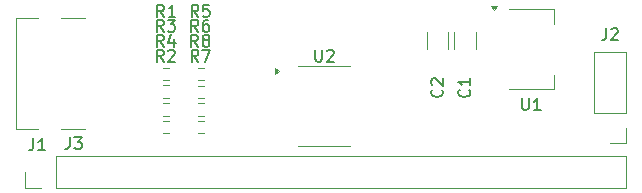
<source format=gto>
G04 #@! TF.GenerationSoftware,KiCad,Pcbnew,9.0.3*
G04 #@! TF.CreationDate,2025-08-03T15:22:30-04:00*
G04 #@! TF.ProjectId,CH32V003F4P6,43483332-5630-4303-9346-3450362e6b69,rev?*
G04 #@! TF.SameCoordinates,Original*
G04 #@! TF.FileFunction,Legend,Top*
G04 #@! TF.FilePolarity,Positive*
%FSLAX46Y46*%
G04 Gerber Fmt 4.6, Leading zero omitted, Abs format (unit mm)*
G04 Created by KiCad (PCBNEW 9.0.3) date 2025-08-03 15:22:30*
%MOMM*%
%LPD*%
G01*
G04 APERTURE LIST*
%ADD10C,0.150000*%
%ADD11C,0.120000*%
G04 APERTURE END LIST*
D10*
X176958666Y-116040819D02*
X176958666Y-116755104D01*
X176958666Y-116755104D02*
X176911047Y-116897961D01*
X176911047Y-116897961D02*
X176815809Y-116993200D01*
X176815809Y-116993200D02*
X176672952Y-117040819D01*
X176672952Y-117040819D02*
X176577714Y-117040819D01*
X177387238Y-116136057D02*
X177434857Y-116088438D01*
X177434857Y-116088438D02*
X177530095Y-116040819D01*
X177530095Y-116040819D02*
X177768190Y-116040819D01*
X177768190Y-116040819D02*
X177863428Y-116088438D01*
X177863428Y-116088438D02*
X177911047Y-116136057D01*
X177911047Y-116136057D02*
X177958666Y-116231295D01*
X177958666Y-116231295D02*
X177958666Y-116326533D01*
X177958666Y-116326533D02*
X177911047Y-116469390D01*
X177911047Y-116469390D02*
X177339619Y-117040819D01*
X177339619Y-117040819D02*
X177958666Y-117040819D01*
X165359580Y-121229166D02*
X165407200Y-121276785D01*
X165407200Y-121276785D02*
X165454819Y-121419642D01*
X165454819Y-121419642D02*
X165454819Y-121514880D01*
X165454819Y-121514880D02*
X165407200Y-121657737D01*
X165407200Y-121657737D02*
X165311961Y-121752975D01*
X165311961Y-121752975D02*
X165216723Y-121800594D01*
X165216723Y-121800594D02*
X165026247Y-121848213D01*
X165026247Y-121848213D02*
X164883390Y-121848213D01*
X164883390Y-121848213D02*
X164692914Y-121800594D01*
X164692914Y-121800594D02*
X164597676Y-121752975D01*
X164597676Y-121752975D02*
X164502438Y-121657737D01*
X164502438Y-121657737D02*
X164454819Y-121514880D01*
X164454819Y-121514880D02*
X164454819Y-121419642D01*
X164454819Y-121419642D02*
X164502438Y-121276785D01*
X164502438Y-121276785D02*
X164550057Y-121229166D01*
X165454819Y-120276785D02*
X165454819Y-120848213D01*
X165454819Y-120562499D02*
X164454819Y-120562499D01*
X164454819Y-120562499D02*
X164597676Y-120657737D01*
X164597676Y-120657737D02*
X164692914Y-120752975D01*
X164692914Y-120752975D02*
X164740533Y-120848213D01*
X128466666Y-125354819D02*
X128466666Y-126069104D01*
X128466666Y-126069104D02*
X128419047Y-126211961D01*
X128419047Y-126211961D02*
X128323809Y-126307200D01*
X128323809Y-126307200D02*
X128180952Y-126354819D01*
X128180952Y-126354819D02*
X128085714Y-126354819D01*
X129466666Y-126354819D02*
X128895238Y-126354819D01*
X129180952Y-126354819D02*
X129180952Y-125354819D01*
X129180952Y-125354819D02*
X129085714Y-125497676D01*
X129085714Y-125497676D02*
X128990476Y-125592914D01*
X128990476Y-125592914D02*
X128895238Y-125640533D01*
X163059580Y-121229166D02*
X163107200Y-121276785D01*
X163107200Y-121276785D02*
X163154819Y-121419642D01*
X163154819Y-121419642D02*
X163154819Y-121514880D01*
X163154819Y-121514880D02*
X163107200Y-121657737D01*
X163107200Y-121657737D02*
X163011961Y-121752975D01*
X163011961Y-121752975D02*
X162916723Y-121800594D01*
X162916723Y-121800594D02*
X162726247Y-121848213D01*
X162726247Y-121848213D02*
X162583390Y-121848213D01*
X162583390Y-121848213D02*
X162392914Y-121800594D01*
X162392914Y-121800594D02*
X162297676Y-121752975D01*
X162297676Y-121752975D02*
X162202438Y-121657737D01*
X162202438Y-121657737D02*
X162154819Y-121514880D01*
X162154819Y-121514880D02*
X162154819Y-121419642D01*
X162154819Y-121419642D02*
X162202438Y-121276785D01*
X162202438Y-121276785D02*
X162250057Y-121229166D01*
X162250057Y-120848213D02*
X162202438Y-120800594D01*
X162202438Y-120800594D02*
X162154819Y-120705356D01*
X162154819Y-120705356D02*
X162154819Y-120467261D01*
X162154819Y-120467261D02*
X162202438Y-120372023D01*
X162202438Y-120372023D02*
X162250057Y-120324404D01*
X162250057Y-120324404D02*
X162345295Y-120276785D01*
X162345295Y-120276785D02*
X162440533Y-120276785D01*
X162440533Y-120276785D02*
X162583390Y-120324404D01*
X162583390Y-120324404D02*
X163154819Y-120895832D01*
X163154819Y-120895832D02*
X163154819Y-120276785D01*
X142433333Y-115054819D02*
X142100000Y-114578628D01*
X141861905Y-115054819D02*
X141861905Y-114054819D01*
X141861905Y-114054819D02*
X142242857Y-114054819D01*
X142242857Y-114054819D02*
X142338095Y-114102438D01*
X142338095Y-114102438D02*
X142385714Y-114150057D01*
X142385714Y-114150057D02*
X142433333Y-114245295D01*
X142433333Y-114245295D02*
X142433333Y-114388152D01*
X142433333Y-114388152D02*
X142385714Y-114483390D01*
X142385714Y-114483390D02*
X142338095Y-114531009D01*
X142338095Y-114531009D02*
X142242857Y-114578628D01*
X142242857Y-114578628D02*
X141861905Y-114578628D01*
X143338095Y-114054819D02*
X142861905Y-114054819D01*
X142861905Y-114054819D02*
X142814286Y-114531009D01*
X142814286Y-114531009D02*
X142861905Y-114483390D01*
X142861905Y-114483390D02*
X142957143Y-114435771D01*
X142957143Y-114435771D02*
X143195238Y-114435771D01*
X143195238Y-114435771D02*
X143290476Y-114483390D01*
X143290476Y-114483390D02*
X143338095Y-114531009D01*
X143338095Y-114531009D02*
X143385714Y-114626247D01*
X143385714Y-114626247D02*
X143385714Y-114864342D01*
X143385714Y-114864342D02*
X143338095Y-114959580D01*
X143338095Y-114959580D02*
X143290476Y-115007200D01*
X143290476Y-115007200D02*
X143195238Y-115054819D01*
X143195238Y-115054819D02*
X142957143Y-115054819D01*
X142957143Y-115054819D02*
X142861905Y-115007200D01*
X142861905Y-115007200D02*
X142814286Y-114959580D01*
X139508333Y-116321484D02*
X139175000Y-115845293D01*
X138936905Y-116321484D02*
X138936905Y-115321484D01*
X138936905Y-115321484D02*
X139317857Y-115321484D01*
X139317857Y-115321484D02*
X139413095Y-115369103D01*
X139413095Y-115369103D02*
X139460714Y-115416722D01*
X139460714Y-115416722D02*
X139508333Y-115511960D01*
X139508333Y-115511960D02*
X139508333Y-115654817D01*
X139508333Y-115654817D02*
X139460714Y-115750055D01*
X139460714Y-115750055D02*
X139413095Y-115797674D01*
X139413095Y-115797674D02*
X139317857Y-115845293D01*
X139317857Y-115845293D02*
X138936905Y-115845293D01*
X139841667Y-115321484D02*
X140460714Y-115321484D01*
X140460714Y-115321484D02*
X140127381Y-115702436D01*
X140127381Y-115702436D02*
X140270238Y-115702436D01*
X140270238Y-115702436D02*
X140365476Y-115750055D01*
X140365476Y-115750055D02*
X140413095Y-115797674D01*
X140413095Y-115797674D02*
X140460714Y-115892912D01*
X140460714Y-115892912D02*
X140460714Y-116131007D01*
X140460714Y-116131007D02*
X140413095Y-116226245D01*
X140413095Y-116226245D02*
X140365476Y-116273865D01*
X140365476Y-116273865D02*
X140270238Y-116321484D01*
X140270238Y-116321484D02*
X139984524Y-116321484D01*
X139984524Y-116321484D02*
X139889286Y-116273865D01*
X139889286Y-116273865D02*
X139841667Y-116226245D01*
X142414400Y-116321485D02*
X142081067Y-115845294D01*
X141842972Y-116321485D02*
X141842972Y-115321485D01*
X141842972Y-115321485D02*
X142223924Y-115321485D01*
X142223924Y-115321485D02*
X142319162Y-115369104D01*
X142319162Y-115369104D02*
X142366781Y-115416723D01*
X142366781Y-115416723D02*
X142414400Y-115511961D01*
X142414400Y-115511961D02*
X142414400Y-115654818D01*
X142414400Y-115654818D02*
X142366781Y-115750056D01*
X142366781Y-115750056D02*
X142319162Y-115797675D01*
X142319162Y-115797675D02*
X142223924Y-115845294D01*
X142223924Y-115845294D02*
X141842972Y-115845294D01*
X143271543Y-115321485D02*
X143081067Y-115321485D01*
X143081067Y-115321485D02*
X142985829Y-115369104D01*
X142985829Y-115369104D02*
X142938210Y-115416723D01*
X142938210Y-115416723D02*
X142842972Y-115559580D01*
X142842972Y-115559580D02*
X142795353Y-115750056D01*
X142795353Y-115750056D02*
X142795353Y-116131008D01*
X142795353Y-116131008D02*
X142842972Y-116226246D01*
X142842972Y-116226246D02*
X142890591Y-116273866D01*
X142890591Y-116273866D02*
X142985829Y-116321485D01*
X142985829Y-116321485D02*
X143176305Y-116321485D01*
X143176305Y-116321485D02*
X143271543Y-116273866D01*
X143271543Y-116273866D02*
X143319162Y-116226246D01*
X143319162Y-116226246D02*
X143366781Y-116131008D01*
X143366781Y-116131008D02*
X143366781Y-115892913D01*
X143366781Y-115892913D02*
X143319162Y-115797675D01*
X143319162Y-115797675D02*
X143271543Y-115750056D01*
X143271543Y-115750056D02*
X143176305Y-115702437D01*
X143176305Y-115702437D02*
X142985829Y-115702437D01*
X142985829Y-115702437D02*
X142890591Y-115750056D01*
X142890591Y-115750056D02*
X142842972Y-115797675D01*
X142842972Y-115797675D02*
X142795353Y-115892913D01*
X152338095Y-117854819D02*
X152338095Y-118664342D01*
X152338095Y-118664342D02*
X152385714Y-118759580D01*
X152385714Y-118759580D02*
X152433333Y-118807200D01*
X152433333Y-118807200D02*
X152528571Y-118854819D01*
X152528571Y-118854819D02*
X152719047Y-118854819D01*
X152719047Y-118854819D02*
X152814285Y-118807200D01*
X152814285Y-118807200D02*
X152861904Y-118759580D01*
X152861904Y-118759580D02*
X152909523Y-118664342D01*
X152909523Y-118664342D02*
X152909523Y-117854819D01*
X153338095Y-117950057D02*
X153385714Y-117902438D01*
X153385714Y-117902438D02*
X153480952Y-117854819D01*
X153480952Y-117854819D02*
X153719047Y-117854819D01*
X153719047Y-117854819D02*
X153814285Y-117902438D01*
X153814285Y-117902438D02*
X153861904Y-117950057D01*
X153861904Y-117950057D02*
X153909523Y-118045295D01*
X153909523Y-118045295D02*
X153909523Y-118140533D01*
X153909523Y-118140533D02*
X153861904Y-118283390D01*
X153861904Y-118283390D02*
X153290476Y-118854819D01*
X153290476Y-118854819D02*
X153909523Y-118854819D01*
X139508333Y-117588149D02*
X139175000Y-117111958D01*
X138936905Y-117588149D02*
X138936905Y-116588149D01*
X138936905Y-116588149D02*
X139317857Y-116588149D01*
X139317857Y-116588149D02*
X139413095Y-116635768D01*
X139413095Y-116635768D02*
X139460714Y-116683387D01*
X139460714Y-116683387D02*
X139508333Y-116778625D01*
X139508333Y-116778625D02*
X139508333Y-116921482D01*
X139508333Y-116921482D02*
X139460714Y-117016720D01*
X139460714Y-117016720D02*
X139413095Y-117064339D01*
X139413095Y-117064339D02*
X139317857Y-117111958D01*
X139317857Y-117111958D02*
X138936905Y-117111958D01*
X140365476Y-116921482D02*
X140365476Y-117588149D01*
X140127381Y-116540530D02*
X139889286Y-117254815D01*
X139889286Y-117254815D02*
X140508333Y-117254815D01*
X169838095Y-121954819D02*
X169838095Y-122764342D01*
X169838095Y-122764342D02*
X169885714Y-122859580D01*
X169885714Y-122859580D02*
X169933333Y-122907200D01*
X169933333Y-122907200D02*
X170028571Y-122954819D01*
X170028571Y-122954819D02*
X170219047Y-122954819D01*
X170219047Y-122954819D02*
X170314285Y-122907200D01*
X170314285Y-122907200D02*
X170361904Y-122859580D01*
X170361904Y-122859580D02*
X170409523Y-122764342D01*
X170409523Y-122764342D02*
X170409523Y-121954819D01*
X171409523Y-122954819D02*
X170838095Y-122954819D01*
X171123809Y-122954819D02*
X171123809Y-121954819D01*
X171123809Y-121954819D02*
X171028571Y-122097676D01*
X171028571Y-122097676D02*
X170933333Y-122192914D01*
X170933333Y-122192914D02*
X170838095Y-122240533D01*
X142433333Y-118854817D02*
X142100000Y-118378626D01*
X141861905Y-118854817D02*
X141861905Y-117854817D01*
X141861905Y-117854817D02*
X142242857Y-117854817D01*
X142242857Y-117854817D02*
X142338095Y-117902436D01*
X142338095Y-117902436D02*
X142385714Y-117950055D01*
X142385714Y-117950055D02*
X142433333Y-118045293D01*
X142433333Y-118045293D02*
X142433333Y-118188150D01*
X142433333Y-118188150D02*
X142385714Y-118283388D01*
X142385714Y-118283388D02*
X142338095Y-118331007D01*
X142338095Y-118331007D02*
X142242857Y-118378626D01*
X142242857Y-118378626D02*
X141861905Y-118378626D01*
X142766667Y-117854817D02*
X143433333Y-117854817D01*
X143433333Y-117854817D02*
X143004762Y-118854817D01*
X142410854Y-117588151D02*
X142077521Y-117111960D01*
X141839426Y-117588151D02*
X141839426Y-116588151D01*
X141839426Y-116588151D02*
X142220378Y-116588151D01*
X142220378Y-116588151D02*
X142315616Y-116635770D01*
X142315616Y-116635770D02*
X142363235Y-116683389D01*
X142363235Y-116683389D02*
X142410854Y-116778627D01*
X142410854Y-116778627D02*
X142410854Y-116921484D01*
X142410854Y-116921484D02*
X142363235Y-117016722D01*
X142363235Y-117016722D02*
X142315616Y-117064341D01*
X142315616Y-117064341D02*
X142220378Y-117111960D01*
X142220378Y-117111960D02*
X141839426Y-117111960D01*
X142982283Y-117016722D02*
X142887045Y-116969103D01*
X142887045Y-116969103D02*
X142839426Y-116921484D01*
X142839426Y-116921484D02*
X142791807Y-116826246D01*
X142791807Y-116826246D02*
X142791807Y-116778627D01*
X142791807Y-116778627D02*
X142839426Y-116683389D01*
X142839426Y-116683389D02*
X142887045Y-116635770D01*
X142887045Y-116635770D02*
X142982283Y-116588151D01*
X142982283Y-116588151D02*
X143172759Y-116588151D01*
X143172759Y-116588151D02*
X143267997Y-116635770D01*
X143267997Y-116635770D02*
X143315616Y-116683389D01*
X143315616Y-116683389D02*
X143363235Y-116778627D01*
X143363235Y-116778627D02*
X143363235Y-116826246D01*
X143363235Y-116826246D02*
X143315616Y-116921484D01*
X143315616Y-116921484D02*
X143267997Y-116969103D01*
X143267997Y-116969103D02*
X143172759Y-117016722D01*
X143172759Y-117016722D02*
X142982283Y-117016722D01*
X142982283Y-117016722D02*
X142887045Y-117064341D01*
X142887045Y-117064341D02*
X142839426Y-117111960D01*
X142839426Y-117111960D02*
X142791807Y-117207198D01*
X142791807Y-117207198D02*
X142791807Y-117397674D01*
X142791807Y-117397674D02*
X142839426Y-117492912D01*
X142839426Y-117492912D02*
X142887045Y-117540532D01*
X142887045Y-117540532D02*
X142982283Y-117588151D01*
X142982283Y-117588151D02*
X143172759Y-117588151D01*
X143172759Y-117588151D02*
X143267997Y-117540532D01*
X143267997Y-117540532D02*
X143315616Y-117492912D01*
X143315616Y-117492912D02*
X143363235Y-117397674D01*
X143363235Y-117397674D02*
X143363235Y-117207198D01*
X143363235Y-117207198D02*
X143315616Y-117111960D01*
X143315616Y-117111960D02*
X143267997Y-117064341D01*
X143267997Y-117064341D02*
X143172759Y-117016722D01*
X131566666Y-125254819D02*
X131566666Y-125969104D01*
X131566666Y-125969104D02*
X131519047Y-126111961D01*
X131519047Y-126111961D02*
X131423809Y-126207200D01*
X131423809Y-126207200D02*
X131280952Y-126254819D01*
X131280952Y-126254819D02*
X131185714Y-126254819D01*
X131947619Y-125254819D02*
X132566666Y-125254819D01*
X132566666Y-125254819D02*
X132233333Y-125635771D01*
X132233333Y-125635771D02*
X132376190Y-125635771D01*
X132376190Y-125635771D02*
X132471428Y-125683390D01*
X132471428Y-125683390D02*
X132519047Y-125731009D01*
X132519047Y-125731009D02*
X132566666Y-125826247D01*
X132566666Y-125826247D02*
X132566666Y-126064342D01*
X132566666Y-126064342D02*
X132519047Y-126159580D01*
X132519047Y-126159580D02*
X132471428Y-126207200D01*
X132471428Y-126207200D02*
X132376190Y-126254819D01*
X132376190Y-126254819D02*
X132090476Y-126254819D01*
X132090476Y-126254819D02*
X131995238Y-126207200D01*
X131995238Y-126207200D02*
X131947619Y-126159580D01*
X139508333Y-118854814D02*
X139175000Y-118378623D01*
X138936905Y-118854814D02*
X138936905Y-117854814D01*
X138936905Y-117854814D02*
X139317857Y-117854814D01*
X139317857Y-117854814D02*
X139413095Y-117902433D01*
X139413095Y-117902433D02*
X139460714Y-117950052D01*
X139460714Y-117950052D02*
X139508333Y-118045290D01*
X139508333Y-118045290D02*
X139508333Y-118188147D01*
X139508333Y-118188147D02*
X139460714Y-118283385D01*
X139460714Y-118283385D02*
X139413095Y-118331004D01*
X139413095Y-118331004D02*
X139317857Y-118378623D01*
X139317857Y-118378623D02*
X138936905Y-118378623D01*
X139889286Y-117950052D02*
X139936905Y-117902433D01*
X139936905Y-117902433D02*
X140032143Y-117854814D01*
X140032143Y-117854814D02*
X140270238Y-117854814D01*
X140270238Y-117854814D02*
X140365476Y-117902433D01*
X140365476Y-117902433D02*
X140413095Y-117950052D01*
X140413095Y-117950052D02*
X140460714Y-118045290D01*
X140460714Y-118045290D02*
X140460714Y-118140528D01*
X140460714Y-118140528D02*
X140413095Y-118283385D01*
X140413095Y-118283385D02*
X139841667Y-118854814D01*
X139841667Y-118854814D02*
X140460714Y-118854814D01*
X139533333Y-115054819D02*
X139200000Y-114578628D01*
X138961905Y-115054819D02*
X138961905Y-114054819D01*
X138961905Y-114054819D02*
X139342857Y-114054819D01*
X139342857Y-114054819D02*
X139438095Y-114102438D01*
X139438095Y-114102438D02*
X139485714Y-114150057D01*
X139485714Y-114150057D02*
X139533333Y-114245295D01*
X139533333Y-114245295D02*
X139533333Y-114388152D01*
X139533333Y-114388152D02*
X139485714Y-114483390D01*
X139485714Y-114483390D02*
X139438095Y-114531009D01*
X139438095Y-114531009D02*
X139342857Y-114578628D01*
X139342857Y-114578628D02*
X138961905Y-114578628D01*
X140485714Y-115054819D02*
X139914286Y-115054819D01*
X140200000Y-115054819D02*
X140200000Y-114054819D01*
X140200000Y-114054819D02*
X140104762Y-114197676D01*
X140104762Y-114197676D02*
X140009524Y-114292914D01*
X140009524Y-114292914D02*
X139914286Y-114340533D01*
D11*
X175962000Y-123175000D02*
X175962000Y-118035000D01*
X178622000Y-118035000D02*
X175962000Y-118035000D01*
X178622000Y-123175000D02*
X175962000Y-123175000D01*
X178622000Y-123175000D02*
X178622000Y-118035000D01*
X178622000Y-124445000D02*
X178622000Y-125775000D01*
X178622000Y-125775000D02*
X177292000Y-125775000D01*
X164090000Y-117773752D02*
X164090000Y-116351248D01*
X165910000Y-117773752D02*
X165910000Y-116351248D01*
X127000000Y-115200000D02*
X128900000Y-115200000D01*
X127000000Y-124600000D02*
X127000000Y-115200000D01*
X127000000Y-124600000D02*
X128900000Y-124600000D01*
X130800000Y-115200000D02*
X132800000Y-115200000D01*
X130800000Y-124600000D02*
X132800000Y-124600000D01*
X161790000Y-117773752D02*
X161790000Y-116351248D01*
X163610000Y-117773752D02*
X163610000Y-116351248D01*
X142418809Y-119383403D02*
X142893325Y-119383403D01*
X142418809Y-120428403D02*
X142893325Y-120428403D01*
X139437742Y-120871876D02*
X139912258Y-120871876D01*
X139437742Y-121916876D02*
X139912258Y-121916876D01*
X142418809Y-120881435D02*
X142893325Y-120881435D01*
X142418809Y-121926435D02*
X142893325Y-121926435D01*
X153100000Y-119215000D02*
X150900000Y-119215000D01*
X153100000Y-119215000D02*
X155300000Y-119215000D01*
X153100000Y-125985000D02*
X150900000Y-125985000D01*
X153100000Y-125985000D02*
X155300000Y-125985000D01*
X149240000Y-119675000D02*
X148910000Y-119915000D01*
X148910000Y-119435000D01*
X149240000Y-119675000D01*
G36*
X149240000Y-119675000D02*
G01*
X148910000Y-119915000D01*
X148910000Y-119435000D01*
X149240000Y-119675000D01*
G37*
X139437742Y-122374687D02*
X139912258Y-122374687D01*
X139437742Y-123419687D02*
X139912258Y-123419687D01*
X168750000Y-114390000D02*
X172510000Y-114390000D01*
X168750000Y-121210000D02*
X172510000Y-121210000D01*
X172510000Y-114390000D02*
X172510000Y-115650000D01*
X172510000Y-121210000D02*
X172510000Y-119950000D01*
X167470000Y-114490000D02*
X167230000Y-114160000D01*
X167710000Y-114160000D01*
X167470000Y-114490000D01*
G36*
X167470000Y-114490000D02*
G01*
X167230000Y-114160000D01*
X167710000Y-114160000D01*
X167470000Y-114490000D01*
G37*
X142418809Y-123877499D02*
X142893325Y-123877499D01*
X142418809Y-124922499D02*
X142893325Y-124922499D01*
X142418809Y-122379467D02*
X142893325Y-122379467D01*
X142418809Y-123424467D02*
X142893325Y-123424467D01*
X127745000Y-129530000D02*
X127745000Y-128200000D01*
X129075000Y-129530000D02*
X127745000Y-129530000D01*
X130345000Y-126870000D02*
X178665000Y-126870000D01*
X130345000Y-129530000D02*
X130345000Y-126870000D01*
X130345000Y-129530000D02*
X178665000Y-129530000D01*
X178665000Y-129530000D02*
X178665000Y-126870000D01*
X139437742Y-123877498D02*
X139912258Y-123877498D01*
X139437742Y-124922498D02*
X139912258Y-124922498D01*
X139437742Y-119369065D02*
X139912258Y-119369065D01*
X139437742Y-120414065D02*
X139912258Y-120414065D01*
%LPC*%
G36*
X129925000Y-129050000D02*
G01*
X128225000Y-129050000D01*
X128225000Y-127350000D01*
X129925000Y-127350000D01*
X129925000Y-129050000D01*
G37*
G36*
X131861742Y-127386601D02*
G01*
X132015687Y-127450367D01*
X132154234Y-127542941D01*
X132272059Y-127660766D01*
X132364633Y-127799313D01*
X132428399Y-127953258D01*
X132460907Y-128116685D01*
X132460907Y-128283315D01*
X132428399Y-128446742D01*
X132364633Y-128600687D01*
X132272059Y-128739234D01*
X132154234Y-128857059D01*
X132015687Y-128949633D01*
X131861742Y-129013399D01*
X131698315Y-129045907D01*
X131531685Y-129045907D01*
X131368258Y-129013399D01*
X131214313Y-128949633D01*
X131075766Y-128857059D01*
X130957941Y-128739234D01*
X130865367Y-128600687D01*
X130801601Y-128446742D01*
X130769093Y-128283315D01*
X130769093Y-128116685D01*
X130801601Y-127953258D01*
X130865367Y-127799313D01*
X130957941Y-127660766D01*
X131075766Y-127542941D01*
X131214313Y-127450367D01*
X131368258Y-127386601D01*
X131531685Y-127354093D01*
X131698315Y-127354093D01*
X131861742Y-127386601D01*
G37*
G36*
X134401742Y-127386601D02*
G01*
X134555687Y-127450367D01*
X134694234Y-127542941D01*
X134812059Y-127660766D01*
X134904633Y-127799313D01*
X134968399Y-127953258D01*
X135000907Y-128116685D01*
X135000907Y-128283315D01*
X134968399Y-128446742D01*
X134904633Y-128600687D01*
X134812059Y-128739234D01*
X134694234Y-128857059D01*
X134555687Y-128949633D01*
X134401742Y-129013399D01*
X134238315Y-129045907D01*
X134071685Y-129045907D01*
X133908258Y-129013399D01*
X133754313Y-128949633D01*
X133615766Y-128857059D01*
X133497941Y-128739234D01*
X133405367Y-128600687D01*
X133341601Y-128446742D01*
X133309093Y-128283315D01*
X133309093Y-128116685D01*
X133341601Y-127953258D01*
X133405367Y-127799313D01*
X133497941Y-127660766D01*
X133615766Y-127542941D01*
X133754313Y-127450367D01*
X133908258Y-127386601D01*
X134071685Y-127354093D01*
X134238315Y-127354093D01*
X134401742Y-127386601D01*
G37*
G36*
X136941742Y-127386601D02*
G01*
X137095687Y-127450367D01*
X137234234Y-127542941D01*
X137352059Y-127660766D01*
X137444633Y-127799313D01*
X137508399Y-127953258D01*
X137540907Y-128116685D01*
X137540907Y-128283315D01*
X137508399Y-128446742D01*
X137444633Y-128600687D01*
X137352059Y-128739234D01*
X137234234Y-128857059D01*
X137095687Y-128949633D01*
X136941742Y-129013399D01*
X136778315Y-129045907D01*
X136611685Y-129045907D01*
X136448258Y-129013399D01*
X136294313Y-128949633D01*
X136155766Y-128857059D01*
X136037941Y-128739234D01*
X135945367Y-128600687D01*
X135881601Y-128446742D01*
X135849093Y-128283315D01*
X135849093Y-128116685D01*
X135881601Y-127953258D01*
X135945367Y-127799313D01*
X136037941Y-127660766D01*
X136155766Y-127542941D01*
X136294313Y-127450367D01*
X136448258Y-127386601D01*
X136611685Y-127354093D01*
X136778315Y-127354093D01*
X136941742Y-127386601D01*
G37*
G36*
X139481742Y-127386601D02*
G01*
X139635687Y-127450367D01*
X139774234Y-127542941D01*
X139892059Y-127660766D01*
X139984633Y-127799313D01*
X140048399Y-127953258D01*
X140080907Y-128116685D01*
X140080907Y-128283315D01*
X140048399Y-128446742D01*
X139984633Y-128600687D01*
X139892059Y-128739234D01*
X139774234Y-128857059D01*
X139635687Y-128949633D01*
X139481742Y-129013399D01*
X139318315Y-129045907D01*
X139151685Y-129045907D01*
X138988258Y-129013399D01*
X138834313Y-128949633D01*
X138695766Y-128857059D01*
X138577941Y-128739234D01*
X138485367Y-128600687D01*
X138421601Y-128446742D01*
X138389093Y-128283315D01*
X138389093Y-128116685D01*
X138421601Y-127953258D01*
X138485367Y-127799313D01*
X138577941Y-127660766D01*
X138695766Y-127542941D01*
X138834313Y-127450367D01*
X138988258Y-127386601D01*
X139151685Y-127354093D01*
X139318315Y-127354093D01*
X139481742Y-127386601D01*
G37*
G36*
X142021742Y-127386601D02*
G01*
X142175687Y-127450367D01*
X142314234Y-127542941D01*
X142432059Y-127660766D01*
X142524633Y-127799313D01*
X142588399Y-127953258D01*
X142620907Y-128116685D01*
X142620907Y-128283315D01*
X142588399Y-128446742D01*
X142524633Y-128600687D01*
X142432059Y-128739234D01*
X142314234Y-128857059D01*
X142175687Y-128949633D01*
X142021742Y-129013399D01*
X141858315Y-129045907D01*
X141691685Y-129045907D01*
X141528258Y-129013399D01*
X141374313Y-128949633D01*
X141235766Y-128857059D01*
X141117941Y-128739234D01*
X141025367Y-128600687D01*
X140961601Y-128446742D01*
X140929093Y-128283315D01*
X140929093Y-128116685D01*
X140961601Y-127953258D01*
X141025367Y-127799313D01*
X141117941Y-127660766D01*
X141235766Y-127542941D01*
X141374313Y-127450367D01*
X141528258Y-127386601D01*
X141691685Y-127354093D01*
X141858315Y-127354093D01*
X142021742Y-127386601D01*
G37*
G36*
X144561742Y-127386601D02*
G01*
X144715687Y-127450367D01*
X144854234Y-127542941D01*
X144972059Y-127660766D01*
X145064633Y-127799313D01*
X145128399Y-127953258D01*
X145160907Y-128116685D01*
X145160907Y-128283315D01*
X145128399Y-128446742D01*
X145064633Y-128600687D01*
X144972059Y-128739234D01*
X144854234Y-128857059D01*
X144715687Y-128949633D01*
X144561742Y-129013399D01*
X144398315Y-129045907D01*
X144231685Y-129045907D01*
X144068258Y-129013399D01*
X143914313Y-128949633D01*
X143775766Y-128857059D01*
X143657941Y-128739234D01*
X143565367Y-128600687D01*
X143501601Y-128446742D01*
X143469093Y-128283315D01*
X143469093Y-128116685D01*
X143501601Y-127953258D01*
X143565367Y-127799313D01*
X143657941Y-127660766D01*
X143775766Y-127542941D01*
X143914313Y-127450367D01*
X144068258Y-127386601D01*
X144231685Y-127354093D01*
X144398315Y-127354093D01*
X144561742Y-127386601D01*
G37*
G36*
X147101742Y-127386601D02*
G01*
X147255687Y-127450367D01*
X147394234Y-127542941D01*
X147512059Y-127660766D01*
X147604633Y-127799313D01*
X147668399Y-127953258D01*
X147700907Y-128116685D01*
X147700907Y-128283315D01*
X147668399Y-128446742D01*
X147604633Y-128600687D01*
X147512059Y-128739234D01*
X147394234Y-128857059D01*
X147255687Y-128949633D01*
X147101742Y-129013399D01*
X146938315Y-129045907D01*
X146771685Y-129045907D01*
X146608258Y-129013399D01*
X146454313Y-128949633D01*
X146315766Y-128857059D01*
X146197941Y-128739234D01*
X146105367Y-128600687D01*
X146041601Y-128446742D01*
X146009093Y-128283315D01*
X146009093Y-128116685D01*
X146041601Y-127953258D01*
X146105367Y-127799313D01*
X146197941Y-127660766D01*
X146315766Y-127542941D01*
X146454313Y-127450367D01*
X146608258Y-127386601D01*
X146771685Y-127354093D01*
X146938315Y-127354093D01*
X147101742Y-127386601D01*
G37*
G36*
X149641742Y-127386601D02*
G01*
X149795687Y-127450367D01*
X149934234Y-127542941D01*
X150052059Y-127660766D01*
X150144633Y-127799313D01*
X150208399Y-127953258D01*
X150240907Y-128116685D01*
X150240907Y-128283315D01*
X150208399Y-128446742D01*
X150144633Y-128600687D01*
X150052059Y-128739234D01*
X149934234Y-128857059D01*
X149795687Y-128949633D01*
X149641742Y-129013399D01*
X149478315Y-129045907D01*
X149311685Y-129045907D01*
X149148258Y-129013399D01*
X148994313Y-128949633D01*
X148855766Y-128857059D01*
X148737941Y-128739234D01*
X148645367Y-128600687D01*
X148581601Y-128446742D01*
X148549093Y-128283315D01*
X148549093Y-128116685D01*
X148581601Y-127953258D01*
X148645367Y-127799313D01*
X148737941Y-127660766D01*
X148855766Y-127542941D01*
X148994313Y-127450367D01*
X149148258Y-127386601D01*
X149311685Y-127354093D01*
X149478315Y-127354093D01*
X149641742Y-127386601D01*
G37*
G36*
X152181742Y-127386601D02*
G01*
X152335687Y-127450367D01*
X152474234Y-127542941D01*
X152592059Y-127660766D01*
X152684633Y-127799313D01*
X152748399Y-127953258D01*
X152780907Y-128116685D01*
X152780907Y-128283315D01*
X152748399Y-128446742D01*
X152684633Y-128600687D01*
X152592059Y-128739234D01*
X152474234Y-128857059D01*
X152335687Y-128949633D01*
X152181742Y-129013399D01*
X152018315Y-129045907D01*
X151851685Y-129045907D01*
X151688258Y-129013399D01*
X151534313Y-128949633D01*
X151395766Y-128857059D01*
X151277941Y-128739234D01*
X151185367Y-128600687D01*
X151121601Y-128446742D01*
X151089093Y-128283315D01*
X151089093Y-128116685D01*
X151121601Y-127953258D01*
X151185367Y-127799313D01*
X151277941Y-127660766D01*
X151395766Y-127542941D01*
X151534313Y-127450367D01*
X151688258Y-127386601D01*
X151851685Y-127354093D01*
X152018315Y-127354093D01*
X152181742Y-127386601D01*
G37*
G36*
X154721742Y-127386601D02*
G01*
X154875687Y-127450367D01*
X155014234Y-127542941D01*
X155132059Y-127660766D01*
X155224633Y-127799313D01*
X155288399Y-127953258D01*
X155320907Y-128116685D01*
X155320907Y-128283315D01*
X155288399Y-128446742D01*
X155224633Y-128600687D01*
X155132059Y-128739234D01*
X155014234Y-128857059D01*
X154875687Y-128949633D01*
X154721742Y-129013399D01*
X154558315Y-129045907D01*
X154391685Y-129045907D01*
X154228258Y-129013399D01*
X154074313Y-128949633D01*
X153935766Y-128857059D01*
X153817941Y-128739234D01*
X153725367Y-128600687D01*
X153661601Y-128446742D01*
X153629093Y-128283315D01*
X153629093Y-128116685D01*
X153661601Y-127953258D01*
X153725367Y-127799313D01*
X153817941Y-127660766D01*
X153935766Y-127542941D01*
X154074313Y-127450367D01*
X154228258Y-127386601D01*
X154391685Y-127354093D01*
X154558315Y-127354093D01*
X154721742Y-127386601D01*
G37*
G36*
X157261742Y-127386601D02*
G01*
X157415687Y-127450367D01*
X157554234Y-127542941D01*
X157672059Y-127660766D01*
X157764633Y-127799313D01*
X157828399Y-127953258D01*
X157860907Y-128116685D01*
X157860907Y-128283315D01*
X157828399Y-128446742D01*
X157764633Y-128600687D01*
X157672059Y-128739234D01*
X157554234Y-128857059D01*
X157415687Y-128949633D01*
X157261742Y-129013399D01*
X157098315Y-129045907D01*
X156931685Y-129045907D01*
X156768258Y-129013399D01*
X156614313Y-128949633D01*
X156475766Y-128857059D01*
X156357941Y-128739234D01*
X156265367Y-128600687D01*
X156201601Y-128446742D01*
X156169093Y-128283315D01*
X156169093Y-128116685D01*
X156201601Y-127953258D01*
X156265367Y-127799313D01*
X156357941Y-127660766D01*
X156475766Y-127542941D01*
X156614313Y-127450367D01*
X156768258Y-127386601D01*
X156931685Y-127354093D01*
X157098315Y-127354093D01*
X157261742Y-127386601D01*
G37*
G36*
X159801742Y-127386601D02*
G01*
X159955687Y-127450367D01*
X160094234Y-127542941D01*
X160212059Y-127660766D01*
X160304633Y-127799313D01*
X160368399Y-127953258D01*
X160400907Y-128116685D01*
X160400907Y-128283315D01*
X160368399Y-128446742D01*
X160304633Y-128600687D01*
X160212059Y-128739234D01*
X160094234Y-128857059D01*
X159955687Y-128949633D01*
X159801742Y-129013399D01*
X159638315Y-129045907D01*
X159471685Y-129045907D01*
X159308258Y-129013399D01*
X159154313Y-128949633D01*
X159015766Y-128857059D01*
X158897941Y-128739234D01*
X158805367Y-128600687D01*
X158741601Y-128446742D01*
X158709093Y-128283315D01*
X158709093Y-128116685D01*
X158741601Y-127953258D01*
X158805367Y-127799313D01*
X158897941Y-127660766D01*
X159015766Y-127542941D01*
X159154313Y-127450367D01*
X159308258Y-127386601D01*
X159471685Y-127354093D01*
X159638315Y-127354093D01*
X159801742Y-127386601D01*
G37*
G36*
X162341742Y-127386601D02*
G01*
X162495687Y-127450367D01*
X162634234Y-127542941D01*
X162752059Y-127660766D01*
X162844633Y-127799313D01*
X162908399Y-127953258D01*
X162940907Y-128116685D01*
X162940907Y-128283315D01*
X162908399Y-128446742D01*
X162844633Y-128600687D01*
X162752059Y-128739234D01*
X162634234Y-128857059D01*
X162495687Y-128949633D01*
X162341742Y-129013399D01*
X162178315Y-129045907D01*
X162011685Y-129045907D01*
X161848258Y-129013399D01*
X161694313Y-128949633D01*
X161555766Y-128857059D01*
X161437941Y-128739234D01*
X161345367Y-128600687D01*
X161281601Y-128446742D01*
X161249093Y-128283315D01*
X161249093Y-128116685D01*
X161281601Y-127953258D01*
X161345367Y-127799313D01*
X161437941Y-127660766D01*
X161555766Y-127542941D01*
X161694313Y-127450367D01*
X161848258Y-127386601D01*
X162011685Y-127354093D01*
X162178315Y-127354093D01*
X162341742Y-127386601D01*
G37*
G36*
X164881742Y-127386601D02*
G01*
X165035687Y-127450367D01*
X165174234Y-127542941D01*
X165292059Y-127660766D01*
X165384633Y-127799313D01*
X165448399Y-127953258D01*
X165480907Y-128116685D01*
X165480907Y-128283315D01*
X165448399Y-128446742D01*
X165384633Y-128600687D01*
X165292059Y-128739234D01*
X165174234Y-128857059D01*
X165035687Y-128949633D01*
X164881742Y-129013399D01*
X164718315Y-129045907D01*
X164551685Y-129045907D01*
X164388258Y-129013399D01*
X164234313Y-128949633D01*
X164095766Y-128857059D01*
X163977941Y-128739234D01*
X163885367Y-128600687D01*
X163821601Y-128446742D01*
X163789093Y-128283315D01*
X163789093Y-128116685D01*
X163821601Y-127953258D01*
X163885367Y-127799313D01*
X163977941Y-127660766D01*
X164095766Y-127542941D01*
X164234313Y-127450367D01*
X164388258Y-127386601D01*
X164551685Y-127354093D01*
X164718315Y-127354093D01*
X164881742Y-127386601D01*
G37*
G36*
X167421742Y-127386601D02*
G01*
X167575687Y-127450367D01*
X167714234Y-127542941D01*
X167832059Y-127660766D01*
X167924633Y-127799313D01*
X167988399Y-127953258D01*
X168020907Y-128116685D01*
X168020907Y-128283315D01*
X167988399Y-128446742D01*
X167924633Y-128600687D01*
X167832059Y-128739234D01*
X167714234Y-128857059D01*
X167575687Y-128949633D01*
X167421742Y-129013399D01*
X167258315Y-129045907D01*
X167091685Y-129045907D01*
X166928258Y-129013399D01*
X166774313Y-128949633D01*
X166635766Y-128857059D01*
X166517941Y-128739234D01*
X166425367Y-128600687D01*
X166361601Y-128446742D01*
X166329093Y-128283315D01*
X166329093Y-128116685D01*
X166361601Y-127953258D01*
X166425367Y-127799313D01*
X166517941Y-127660766D01*
X166635766Y-127542941D01*
X166774313Y-127450367D01*
X166928258Y-127386601D01*
X167091685Y-127354093D01*
X167258315Y-127354093D01*
X167421742Y-127386601D01*
G37*
G36*
X169961742Y-127386601D02*
G01*
X170115687Y-127450367D01*
X170254234Y-127542941D01*
X170372059Y-127660766D01*
X170464633Y-127799313D01*
X170528399Y-127953258D01*
X170560907Y-128116685D01*
X170560907Y-128283315D01*
X170528399Y-128446742D01*
X170464633Y-128600687D01*
X170372059Y-128739234D01*
X170254234Y-128857059D01*
X170115687Y-128949633D01*
X169961742Y-129013399D01*
X169798315Y-129045907D01*
X169631685Y-129045907D01*
X169468258Y-129013399D01*
X169314313Y-128949633D01*
X169175766Y-128857059D01*
X169057941Y-128739234D01*
X168965367Y-128600687D01*
X168901601Y-128446742D01*
X168869093Y-128283315D01*
X168869093Y-128116685D01*
X168901601Y-127953258D01*
X168965367Y-127799313D01*
X169057941Y-127660766D01*
X169175766Y-127542941D01*
X169314313Y-127450367D01*
X169468258Y-127386601D01*
X169631685Y-127354093D01*
X169798315Y-127354093D01*
X169961742Y-127386601D01*
G37*
G36*
X172501742Y-127386601D02*
G01*
X172655687Y-127450367D01*
X172794234Y-127542941D01*
X172912059Y-127660766D01*
X173004633Y-127799313D01*
X173068399Y-127953258D01*
X173100907Y-128116685D01*
X173100907Y-128283315D01*
X173068399Y-128446742D01*
X173004633Y-128600687D01*
X172912059Y-128739234D01*
X172794234Y-128857059D01*
X172655687Y-128949633D01*
X172501742Y-129013399D01*
X172338315Y-129045907D01*
X172171685Y-129045907D01*
X172008258Y-129013399D01*
X171854313Y-128949633D01*
X171715766Y-128857059D01*
X171597941Y-128739234D01*
X171505367Y-128600687D01*
X171441601Y-128446742D01*
X171409093Y-128283315D01*
X171409093Y-128116685D01*
X171441601Y-127953258D01*
X171505367Y-127799313D01*
X171597941Y-127660766D01*
X171715766Y-127542941D01*
X171854313Y-127450367D01*
X172008258Y-127386601D01*
X172171685Y-127354093D01*
X172338315Y-127354093D01*
X172501742Y-127386601D01*
G37*
G36*
X175041742Y-127386601D02*
G01*
X175195687Y-127450367D01*
X175334234Y-127542941D01*
X175452059Y-127660766D01*
X175544633Y-127799313D01*
X175608399Y-127953258D01*
X175640907Y-128116685D01*
X175640907Y-128283315D01*
X175608399Y-128446742D01*
X175544633Y-128600687D01*
X175452059Y-128739234D01*
X175334234Y-128857059D01*
X175195687Y-128949633D01*
X175041742Y-129013399D01*
X174878315Y-129045907D01*
X174711685Y-129045907D01*
X174548258Y-129013399D01*
X174394313Y-128949633D01*
X174255766Y-128857059D01*
X174137941Y-128739234D01*
X174045367Y-128600687D01*
X173981601Y-128446742D01*
X173949093Y-128283315D01*
X173949093Y-128116685D01*
X173981601Y-127953258D01*
X174045367Y-127799313D01*
X174137941Y-127660766D01*
X174255766Y-127542941D01*
X174394313Y-127450367D01*
X174548258Y-127386601D01*
X174711685Y-127354093D01*
X174878315Y-127354093D01*
X175041742Y-127386601D01*
G37*
G36*
X177581742Y-127386601D02*
G01*
X177735687Y-127450367D01*
X177874234Y-127542941D01*
X177992059Y-127660766D01*
X178084633Y-127799313D01*
X178148399Y-127953258D01*
X178180907Y-128116685D01*
X178180907Y-128283315D01*
X178148399Y-128446742D01*
X178084633Y-128600687D01*
X177992059Y-128739234D01*
X177874234Y-128857059D01*
X177735687Y-128949633D01*
X177581742Y-129013399D01*
X177418315Y-129045907D01*
X177251685Y-129045907D01*
X177088258Y-129013399D01*
X176934313Y-128949633D01*
X176795766Y-128857059D01*
X176677941Y-128739234D01*
X176585367Y-128600687D01*
X176521601Y-128446742D01*
X176489093Y-128283315D01*
X176489093Y-128116685D01*
X176521601Y-127953258D01*
X176585367Y-127799313D01*
X176677941Y-127660766D01*
X176795766Y-127542941D01*
X176934313Y-127450367D01*
X177088258Y-127386601D01*
X177251685Y-127354093D01*
X177418315Y-127354093D01*
X177581742Y-127386601D01*
G37*
G36*
X150913268Y-125332612D02*
G01*
X150945711Y-125354289D01*
X150967388Y-125386732D01*
X150975000Y-125425000D01*
X150975000Y-125625000D01*
X150967388Y-125663268D01*
X150945711Y-125695711D01*
X150913268Y-125717388D01*
X150875000Y-125725000D01*
X149600000Y-125725000D01*
X149561732Y-125717388D01*
X149529289Y-125695711D01*
X149507612Y-125663268D01*
X149500000Y-125625000D01*
X149500000Y-125425000D01*
X149507612Y-125386732D01*
X149529289Y-125354289D01*
X149561732Y-125332612D01*
X149600000Y-125325000D01*
X150875000Y-125325000D01*
X150913268Y-125332612D01*
G37*
G36*
X156638268Y-125332612D02*
G01*
X156670711Y-125354289D01*
X156692388Y-125386732D01*
X156700000Y-125425000D01*
X156700000Y-125625000D01*
X156692388Y-125663268D01*
X156670711Y-125695711D01*
X156638268Y-125717388D01*
X156600000Y-125725000D01*
X155325000Y-125725000D01*
X155286732Y-125717388D01*
X155254289Y-125695711D01*
X155232612Y-125663268D01*
X155225000Y-125625000D01*
X155225000Y-125425000D01*
X155232612Y-125386732D01*
X155254289Y-125354289D01*
X155286732Y-125332612D01*
X155325000Y-125325000D01*
X156600000Y-125325000D01*
X156638268Y-125332612D01*
G37*
G36*
X178142000Y-125295000D02*
G01*
X176442000Y-125295000D01*
X176442000Y-123595000D01*
X178142000Y-123595000D01*
X178142000Y-125295000D01*
G37*
G36*
X150913268Y-124682612D02*
G01*
X150945711Y-124704289D01*
X150967388Y-124736732D01*
X150975000Y-124775000D01*
X150975000Y-124975000D01*
X150967388Y-125013268D01*
X150945711Y-125045711D01*
X150913268Y-125067388D01*
X150875000Y-125075000D01*
X149600000Y-125075000D01*
X149561732Y-125067388D01*
X149529289Y-125045711D01*
X149507612Y-125013268D01*
X149500000Y-124975000D01*
X149500000Y-124775000D01*
X149507612Y-124736732D01*
X149529289Y-124704289D01*
X149561732Y-124682612D01*
X149600000Y-124675000D01*
X150875000Y-124675000D01*
X150913268Y-124682612D01*
G37*
G36*
X156638268Y-124682612D02*
G01*
X156670711Y-124704289D01*
X156692388Y-124736732D01*
X156700000Y-124775000D01*
X156700000Y-124975000D01*
X156692388Y-125013268D01*
X156670711Y-125045711D01*
X156638268Y-125067388D01*
X156600000Y-125075000D01*
X155325000Y-125075000D01*
X155286732Y-125067388D01*
X155254289Y-125045711D01*
X155232612Y-125013268D01*
X155225000Y-124975000D01*
X155225000Y-124775000D01*
X155232612Y-124736732D01*
X155254289Y-124704289D01*
X155286732Y-124682612D01*
X155325000Y-124675000D01*
X156600000Y-124675000D01*
X156638268Y-124682612D01*
G37*
G36*
X142107604Y-123940223D02*
G01*
X142172488Y-123983578D01*
X142215843Y-124048462D01*
X142231067Y-124124999D01*
X142231067Y-124674999D01*
X142215843Y-124751536D01*
X142172488Y-124816420D01*
X142107604Y-124859775D01*
X142031067Y-124874999D01*
X141631067Y-124874999D01*
X141554530Y-124859775D01*
X141489646Y-124816420D01*
X141446291Y-124751536D01*
X141431067Y-124674999D01*
X141431067Y-124124999D01*
X141446291Y-124048462D01*
X141489646Y-123983578D01*
X141554530Y-123940223D01*
X141631067Y-123924999D01*
X142031067Y-123924999D01*
X142107604Y-123940223D01*
G37*
G36*
X143757604Y-123940223D02*
G01*
X143822488Y-123983578D01*
X143865843Y-124048462D01*
X143881067Y-124124999D01*
X143881067Y-124674999D01*
X143865843Y-124751536D01*
X143822488Y-124816420D01*
X143757604Y-124859775D01*
X143681067Y-124874999D01*
X143281067Y-124874999D01*
X143204530Y-124859775D01*
X143139646Y-124816420D01*
X143096291Y-124751536D01*
X143081067Y-124674999D01*
X143081067Y-124124999D01*
X143096291Y-124048462D01*
X143139646Y-123983578D01*
X143204530Y-123940223D01*
X143281067Y-123924999D01*
X143681067Y-123924999D01*
X143757604Y-123940223D01*
G37*
G36*
X139126537Y-123940222D02*
G01*
X139191421Y-123983577D01*
X139234776Y-124048461D01*
X139250000Y-124124998D01*
X139250000Y-124674998D01*
X139234776Y-124751535D01*
X139191421Y-124816419D01*
X139126537Y-124859774D01*
X139050000Y-124874998D01*
X138650000Y-124874998D01*
X138573463Y-124859774D01*
X138508579Y-124816419D01*
X138465224Y-124751535D01*
X138450000Y-124674998D01*
X138450000Y-124124998D01*
X138465224Y-124048461D01*
X138508579Y-123983577D01*
X138573463Y-123940222D01*
X138650000Y-123924998D01*
X139050000Y-123924998D01*
X139126537Y-123940222D01*
G37*
G36*
X140776537Y-123940222D02*
G01*
X140841421Y-123983577D01*
X140884776Y-124048461D01*
X140900000Y-124124998D01*
X140900000Y-124674998D01*
X140884776Y-124751535D01*
X140841421Y-124816419D01*
X140776537Y-124859774D01*
X140700000Y-124874998D01*
X140300000Y-124874998D01*
X140223463Y-124859774D01*
X140158579Y-124816419D01*
X140115224Y-124751535D01*
X140100000Y-124674998D01*
X140100000Y-124124998D01*
X140115224Y-124048461D01*
X140158579Y-123983577D01*
X140223463Y-123940222D01*
X140300000Y-123924998D01*
X140700000Y-123924998D01*
X140776537Y-123940222D01*
G37*
G36*
X130215263Y-123724278D02*
G01*
X130341342Y-123758060D01*
X130454381Y-123823323D01*
X130546677Y-123915619D01*
X130611940Y-124028658D01*
X130645722Y-124154737D01*
X130645722Y-124285263D01*
X130611940Y-124411342D01*
X130546677Y-124524381D01*
X130454381Y-124616677D01*
X130341342Y-124681940D01*
X130215263Y-124715722D01*
X130150000Y-124720000D01*
X130148029Y-124720000D01*
X129551971Y-124720000D01*
X129550000Y-124720000D01*
X129484737Y-124715722D01*
X129358658Y-124681940D01*
X129245619Y-124616677D01*
X129153323Y-124524381D01*
X129088060Y-124411342D01*
X129054278Y-124285263D01*
X129054278Y-124154737D01*
X129088060Y-124028658D01*
X129153323Y-123915619D01*
X129245619Y-123823323D01*
X129358658Y-123758060D01*
X129484737Y-123724278D01*
X129550000Y-123720000D01*
X130150000Y-123720000D01*
X130215263Y-123724278D01*
G37*
G36*
X134645263Y-123724278D02*
G01*
X134771342Y-123758060D01*
X134884381Y-123823323D01*
X134976677Y-123915619D01*
X135041940Y-124028658D01*
X135075722Y-124154737D01*
X135075722Y-124285263D01*
X135041940Y-124411342D01*
X134976677Y-124524381D01*
X134884381Y-124616677D01*
X134771342Y-124681940D01*
X134645263Y-124715722D01*
X134580000Y-124720000D01*
X134578029Y-124720000D01*
X133481971Y-124720000D01*
X133480000Y-124720000D01*
X133414737Y-124715722D01*
X133288658Y-124681940D01*
X133175619Y-124616677D01*
X133083323Y-124524381D01*
X133018060Y-124411342D01*
X132984278Y-124285263D01*
X132984278Y-124154737D01*
X133018060Y-124028658D01*
X133083323Y-123915619D01*
X133175619Y-123823323D01*
X133288658Y-123758060D01*
X133414737Y-123724278D01*
X133480000Y-123720000D01*
X134580000Y-123720000D01*
X134645263Y-123724278D01*
G37*
G36*
X150913268Y-124032612D02*
G01*
X150945711Y-124054289D01*
X150967388Y-124086732D01*
X150975000Y-124125000D01*
X150975000Y-124325000D01*
X150967388Y-124363268D01*
X150945711Y-124395711D01*
X150913268Y-124417388D01*
X150875000Y-124425000D01*
X149600000Y-124425000D01*
X149561732Y-124417388D01*
X149529289Y-124395711D01*
X149507612Y-124363268D01*
X149500000Y-124325000D01*
X149500000Y-124125000D01*
X149507612Y-124086732D01*
X149529289Y-124054289D01*
X149561732Y-124032612D01*
X149600000Y-124025000D01*
X150875000Y-124025000D01*
X150913268Y-124032612D01*
G37*
G36*
X156638268Y-124032612D02*
G01*
X156670711Y-124054289D01*
X156692388Y-124086732D01*
X156700000Y-124125000D01*
X156700000Y-124325000D01*
X156692388Y-124363268D01*
X156670711Y-124395711D01*
X156638268Y-124417388D01*
X156600000Y-124425000D01*
X155325000Y-124425000D01*
X155286732Y-124417388D01*
X155254289Y-124395711D01*
X155232612Y-124363268D01*
X155225000Y-124325000D01*
X155225000Y-124125000D01*
X155232612Y-124086732D01*
X155254289Y-124054289D01*
X155286732Y-124032612D01*
X155325000Y-124025000D01*
X156600000Y-124025000D01*
X156638268Y-124032612D01*
G37*
G36*
X150913268Y-123382612D02*
G01*
X150945711Y-123404289D01*
X150967388Y-123436732D01*
X150975000Y-123475000D01*
X150975000Y-123675000D01*
X150967388Y-123713268D01*
X150945711Y-123745711D01*
X150913268Y-123767388D01*
X150875000Y-123775000D01*
X149600000Y-123775000D01*
X149561732Y-123767388D01*
X149529289Y-123745711D01*
X149507612Y-123713268D01*
X149500000Y-123675000D01*
X149500000Y-123475000D01*
X149507612Y-123436732D01*
X149529289Y-123404289D01*
X149561732Y-123382612D01*
X149600000Y-123375000D01*
X150875000Y-123375000D01*
X150913268Y-123382612D01*
G37*
G36*
X156638268Y-123382612D02*
G01*
X156670711Y-123404289D01*
X156692388Y-123436732D01*
X156700000Y-123475000D01*
X156700000Y-123675000D01*
X156692388Y-123713268D01*
X156670711Y-123745711D01*
X156638268Y-123767388D01*
X156600000Y-123775000D01*
X155325000Y-123775000D01*
X155286732Y-123767388D01*
X155254289Y-123745711D01*
X155232612Y-123713268D01*
X155225000Y-123675000D01*
X155225000Y-123475000D01*
X155232612Y-123436732D01*
X155254289Y-123404289D01*
X155286732Y-123382612D01*
X155325000Y-123375000D01*
X156600000Y-123375000D01*
X156638268Y-123382612D01*
G37*
G36*
X135670000Y-123450000D02*
G01*
X134220000Y-123450000D01*
X134220000Y-122850000D01*
X135670000Y-122850000D01*
X135670000Y-123450000D01*
G37*
G36*
X142107604Y-122442191D02*
G01*
X142172488Y-122485546D01*
X142215843Y-122550430D01*
X142231067Y-122626967D01*
X142231067Y-123176967D01*
X142215843Y-123253504D01*
X142172488Y-123318388D01*
X142107604Y-123361743D01*
X142031067Y-123376967D01*
X141631067Y-123376967D01*
X141554530Y-123361743D01*
X141489646Y-123318388D01*
X141446291Y-123253504D01*
X141431067Y-123176967D01*
X141431067Y-122626967D01*
X141446291Y-122550430D01*
X141489646Y-122485546D01*
X141554530Y-122442191D01*
X141631067Y-122426967D01*
X142031067Y-122426967D01*
X142107604Y-122442191D01*
G37*
G36*
X143757604Y-122442191D02*
G01*
X143822488Y-122485546D01*
X143865843Y-122550430D01*
X143881067Y-122626967D01*
X143881067Y-123176967D01*
X143865843Y-123253504D01*
X143822488Y-123318388D01*
X143757604Y-123361743D01*
X143681067Y-123376967D01*
X143281067Y-123376967D01*
X143204530Y-123361743D01*
X143139646Y-123318388D01*
X143096291Y-123253504D01*
X143081067Y-123176967D01*
X143081067Y-122626967D01*
X143096291Y-122550430D01*
X143139646Y-122485546D01*
X143204530Y-122442191D01*
X143281067Y-122426967D01*
X143681067Y-122426967D01*
X143757604Y-122442191D01*
G37*
G36*
X139126537Y-122437411D02*
G01*
X139191421Y-122480766D01*
X139234776Y-122545650D01*
X139250000Y-122622187D01*
X139250000Y-123172187D01*
X139234776Y-123248724D01*
X139191421Y-123313608D01*
X139126537Y-123356963D01*
X139050000Y-123372187D01*
X138650000Y-123372187D01*
X138573463Y-123356963D01*
X138508579Y-123313608D01*
X138465224Y-123248724D01*
X138450000Y-123172187D01*
X138450000Y-122622187D01*
X138465224Y-122545650D01*
X138508579Y-122480766D01*
X138573463Y-122437411D01*
X138650000Y-122422187D01*
X139050000Y-122422187D01*
X139126537Y-122437411D01*
G37*
G36*
X140776537Y-122437411D02*
G01*
X140841421Y-122480766D01*
X140884776Y-122545650D01*
X140900000Y-122622187D01*
X140900000Y-123172187D01*
X140884776Y-123248724D01*
X140841421Y-123313608D01*
X140776537Y-123356963D01*
X140700000Y-123372187D01*
X140300000Y-123372187D01*
X140223463Y-123356963D01*
X140158579Y-123313608D01*
X140115224Y-123248724D01*
X140100000Y-123172187D01*
X140100000Y-122622187D01*
X140115224Y-122545650D01*
X140158579Y-122480766D01*
X140223463Y-122437411D01*
X140300000Y-122422187D01*
X140700000Y-122422187D01*
X140776537Y-122437411D01*
G37*
G36*
X150913268Y-122732612D02*
G01*
X150945711Y-122754289D01*
X150967388Y-122786732D01*
X150975000Y-122825000D01*
X150975000Y-123025000D01*
X150967388Y-123063268D01*
X150945711Y-123095711D01*
X150913268Y-123117388D01*
X150875000Y-123125000D01*
X149600000Y-123125000D01*
X149561732Y-123117388D01*
X149529289Y-123095711D01*
X149507612Y-123063268D01*
X149500000Y-123025000D01*
X149500000Y-122825000D01*
X149507612Y-122786732D01*
X149529289Y-122754289D01*
X149561732Y-122732612D01*
X149600000Y-122725000D01*
X150875000Y-122725000D01*
X150913268Y-122732612D01*
G37*
G36*
X156638268Y-122732612D02*
G01*
X156670711Y-122754289D01*
X156692388Y-122786732D01*
X156700000Y-122825000D01*
X156700000Y-123025000D01*
X156692388Y-123063268D01*
X156670711Y-123095711D01*
X156638268Y-123117388D01*
X156600000Y-123125000D01*
X155325000Y-123125000D01*
X155286732Y-123117388D01*
X155254289Y-123095711D01*
X155232612Y-123063268D01*
X155225000Y-123025000D01*
X155225000Y-122825000D01*
X155232612Y-122786732D01*
X155254289Y-122754289D01*
X155286732Y-122732612D01*
X155325000Y-122725000D01*
X156600000Y-122725000D01*
X156638268Y-122732612D01*
G37*
G36*
X133624372Y-122489739D02*
G01*
X133697847Y-122532160D01*
X133757840Y-122592153D01*
X133800261Y-122665628D01*
X133822220Y-122747579D01*
X133822220Y-122832421D01*
X133800261Y-122914372D01*
X133757840Y-122987847D01*
X133697847Y-123047840D01*
X133624372Y-123090261D01*
X133542421Y-123112220D01*
X133457579Y-123112220D01*
X133375628Y-123090261D01*
X133302153Y-123047840D01*
X133242160Y-122987847D01*
X133199739Y-122914372D01*
X133177780Y-122832421D01*
X133177780Y-122747579D01*
X133199739Y-122665628D01*
X133242160Y-122592153D01*
X133302153Y-122532160D01*
X133375628Y-122489739D01*
X133457579Y-122467780D01*
X133542421Y-122467780D01*
X133624372Y-122489739D01*
G37*
G36*
X177538742Y-121091601D02*
G01*
X177692687Y-121155367D01*
X177831234Y-121247941D01*
X177949059Y-121365766D01*
X178041633Y-121504313D01*
X178105399Y-121658258D01*
X178137907Y-121821685D01*
X178137907Y-121988315D01*
X178105399Y-122151742D01*
X178041633Y-122305687D01*
X177949059Y-122444234D01*
X177831234Y-122562059D01*
X177692687Y-122654633D01*
X177538742Y-122718399D01*
X177375315Y-122750907D01*
X177208685Y-122750907D01*
X177045258Y-122718399D01*
X176891313Y-122654633D01*
X176752766Y-122562059D01*
X176634941Y-122444234D01*
X176542367Y-122305687D01*
X176478601Y-122151742D01*
X176446093Y-121988315D01*
X176446093Y-121821685D01*
X176478601Y-121658258D01*
X176542367Y-121504313D01*
X176634941Y-121365766D01*
X176752766Y-121247941D01*
X176891313Y-121155367D01*
X177045258Y-121091601D01*
X177208685Y-121059093D01*
X177375315Y-121059093D01*
X177538742Y-121091601D01*
G37*
G36*
X135670000Y-122650000D02*
G01*
X134220000Y-122650000D01*
X134220000Y-122050000D01*
X135670000Y-122050000D01*
X135670000Y-122650000D01*
G37*
G36*
X150913268Y-122082612D02*
G01*
X150945711Y-122104289D01*
X150967388Y-122136732D01*
X150975000Y-122175000D01*
X150975000Y-122375000D01*
X150967388Y-122413268D01*
X150945711Y-122445711D01*
X150913268Y-122467388D01*
X150875000Y-122475000D01*
X149600000Y-122475000D01*
X149561732Y-122467388D01*
X149529289Y-122445711D01*
X149507612Y-122413268D01*
X149500000Y-122375000D01*
X149500000Y-122175000D01*
X149507612Y-122136732D01*
X149529289Y-122104289D01*
X149561732Y-122082612D01*
X149600000Y-122075000D01*
X150875000Y-122075000D01*
X150913268Y-122082612D01*
G37*
G36*
X156638268Y-122082612D02*
G01*
X156670711Y-122104289D01*
X156692388Y-122136732D01*
X156700000Y-122175000D01*
X156700000Y-122375000D01*
X156692388Y-122413268D01*
X156670711Y-122445711D01*
X156638268Y-122467388D01*
X156600000Y-122475000D01*
X155325000Y-122475000D01*
X155286732Y-122467388D01*
X155254289Y-122445711D01*
X155232612Y-122413268D01*
X155225000Y-122375000D01*
X155225000Y-122175000D01*
X155232612Y-122136732D01*
X155254289Y-122104289D01*
X155286732Y-122082612D01*
X155325000Y-122075000D01*
X156600000Y-122075000D01*
X156638268Y-122082612D01*
G37*
G36*
X142107604Y-120944159D02*
G01*
X142172488Y-120987514D01*
X142215843Y-121052398D01*
X142231067Y-121128935D01*
X142231067Y-121678935D01*
X142215843Y-121755472D01*
X142172488Y-121820356D01*
X142107604Y-121863711D01*
X142031067Y-121878935D01*
X141631067Y-121878935D01*
X141554530Y-121863711D01*
X141489646Y-121820356D01*
X141446291Y-121755472D01*
X141431067Y-121678935D01*
X141431067Y-121128935D01*
X141446291Y-121052398D01*
X141489646Y-120987514D01*
X141554530Y-120944159D01*
X141631067Y-120928935D01*
X142031067Y-120928935D01*
X142107604Y-120944159D01*
G37*
G36*
X143757604Y-120944159D02*
G01*
X143822488Y-120987514D01*
X143865843Y-121052398D01*
X143881067Y-121128935D01*
X143881067Y-121678935D01*
X143865843Y-121755472D01*
X143822488Y-121820356D01*
X143757604Y-121863711D01*
X143681067Y-121878935D01*
X143281067Y-121878935D01*
X143204530Y-121863711D01*
X143139646Y-121820356D01*
X143096291Y-121755472D01*
X143081067Y-121678935D01*
X143081067Y-121128935D01*
X143096291Y-121052398D01*
X143139646Y-120987514D01*
X143204530Y-120944159D01*
X143281067Y-120928935D01*
X143681067Y-120928935D01*
X143757604Y-120944159D01*
G37*
G36*
X139126537Y-120934600D02*
G01*
X139191421Y-120977955D01*
X139234776Y-121042839D01*
X139250000Y-121119376D01*
X139250000Y-121669376D01*
X139234776Y-121745913D01*
X139191421Y-121810797D01*
X139126537Y-121854152D01*
X139050000Y-121869376D01*
X138650000Y-121869376D01*
X138573463Y-121854152D01*
X138508579Y-121810797D01*
X138465224Y-121745913D01*
X138450000Y-121669376D01*
X138450000Y-121119376D01*
X138465224Y-121042839D01*
X138508579Y-120977955D01*
X138573463Y-120934600D01*
X138650000Y-120919376D01*
X139050000Y-120919376D01*
X139126537Y-120934600D01*
G37*
G36*
X140776537Y-120934600D02*
G01*
X140841421Y-120977955D01*
X140884776Y-121042839D01*
X140900000Y-121119376D01*
X140900000Y-121669376D01*
X140884776Y-121745913D01*
X140841421Y-121810797D01*
X140776537Y-121854152D01*
X140700000Y-121869376D01*
X140300000Y-121869376D01*
X140223463Y-121854152D01*
X140158579Y-121810797D01*
X140115224Y-121745913D01*
X140100000Y-121669376D01*
X140100000Y-121119376D01*
X140115224Y-121042839D01*
X140158579Y-120977955D01*
X140223463Y-120934600D01*
X140300000Y-120919376D01*
X140700000Y-120919376D01*
X140776537Y-120934600D01*
G37*
G36*
X150913268Y-121432612D02*
G01*
X150945711Y-121454289D01*
X150967388Y-121486732D01*
X150975000Y-121525000D01*
X150975000Y-121725000D01*
X150967388Y-121763268D01*
X150945711Y-121795711D01*
X150913268Y-121817388D01*
X150875000Y-121825000D01*
X149600000Y-121825000D01*
X149561732Y-121817388D01*
X149529289Y-121795711D01*
X149507612Y-121763268D01*
X149500000Y-121725000D01*
X149500000Y-121525000D01*
X149507612Y-121486732D01*
X149529289Y-121454289D01*
X149561732Y-121432612D01*
X149600000Y-121425000D01*
X150875000Y-121425000D01*
X150913268Y-121432612D01*
G37*
G36*
X156638268Y-121432612D02*
G01*
X156670711Y-121454289D01*
X156692388Y-121486732D01*
X156700000Y-121525000D01*
X156700000Y-121725000D01*
X156692388Y-121763268D01*
X156670711Y-121795711D01*
X156638268Y-121817388D01*
X156600000Y-121825000D01*
X155325000Y-121825000D01*
X155286732Y-121817388D01*
X155254289Y-121795711D01*
X155232612Y-121763268D01*
X155225000Y-121725000D01*
X155225000Y-121525000D01*
X155232612Y-121486732D01*
X155254289Y-121454289D01*
X155286732Y-121432612D01*
X155325000Y-121425000D01*
X156600000Y-121425000D01*
X156638268Y-121432612D01*
G37*
G36*
X135670000Y-121800000D02*
G01*
X134220000Y-121800000D01*
X134220000Y-121500000D01*
X135670000Y-121500000D01*
X135670000Y-121800000D01*
G37*
G36*
X135670000Y-121300000D02*
G01*
X134220000Y-121300000D01*
X134220000Y-121000000D01*
X135670000Y-121000000D01*
X135670000Y-121300000D01*
G37*
G36*
X150913268Y-120782612D02*
G01*
X150945711Y-120804289D01*
X150967388Y-120836732D01*
X150975000Y-120875000D01*
X150975000Y-121075000D01*
X150967388Y-121113268D01*
X150945711Y-121145711D01*
X150913268Y-121167388D01*
X150875000Y-121175000D01*
X149600000Y-121175000D01*
X149561732Y-121167388D01*
X149529289Y-121145711D01*
X149507612Y-121113268D01*
X149500000Y-121075000D01*
X149500000Y-120875000D01*
X149507612Y-120836732D01*
X149529289Y-120804289D01*
X149561732Y-120782612D01*
X149600000Y-120775000D01*
X150875000Y-120775000D01*
X150913268Y-120782612D01*
G37*
G36*
X156638268Y-120782612D02*
G01*
X156670711Y-120804289D01*
X156692388Y-120836732D01*
X156700000Y-120875000D01*
X156700000Y-121075000D01*
X156692388Y-121113268D01*
X156670711Y-121145711D01*
X156638268Y-121167388D01*
X156600000Y-121175000D01*
X155325000Y-121175000D01*
X155286732Y-121167388D01*
X155254289Y-121145711D01*
X155232612Y-121113268D01*
X155225000Y-121075000D01*
X155225000Y-120875000D01*
X155232612Y-120836732D01*
X155254289Y-120804289D01*
X155286732Y-120782612D01*
X155325000Y-120775000D01*
X156600000Y-120775000D01*
X156638268Y-120782612D01*
G37*
G36*
X168080071Y-119350738D02*
G01*
X168142973Y-119356637D01*
X168158968Y-119362234D01*
X168182001Y-119365590D01*
X168215852Y-119382139D01*
X168249909Y-119394056D01*
X168268902Y-119408073D01*
X168292904Y-119419807D01*
X168315730Y-119442633D01*
X168339686Y-119460313D01*
X168357365Y-119484268D01*
X168380193Y-119507096D01*
X168391927Y-119531099D01*
X168405943Y-119550090D01*
X168417858Y-119584142D01*
X168434410Y-119617999D01*
X168437766Y-119641034D01*
X168443362Y-119657026D01*
X168449258Y-119719912D01*
X168450000Y-119725000D01*
X168450000Y-120475000D01*
X168449258Y-120480091D01*
X168443362Y-120542973D01*
X168437766Y-120558963D01*
X168434410Y-120582001D01*
X168417857Y-120615859D01*
X168405943Y-120649909D01*
X168391928Y-120668898D01*
X168380193Y-120692904D01*
X168357362Y-120715734D01*
X168339686Y-120739686D01*
X168315734Y-120757362D01*
X168292904Y-120780193D01*
X168268898Y-120791928D01*
X168249909Y-120805943D01*
X168215859Y-120817857D01*
X168182001Y-120834410D01*
X168158963Y-120837766D01*
X168142973Y-120843362D01*
X168080089Y-120849258D01*
X168075000Y-120850000D01*
X166825000Y-120850000D01*
X166819910Y-120849258D01*
X166757026Y-120843362D01*
X166741034Y-120837766D01*
X166717999Y-120834410D01*
X166684142Y-120817858D01*
X166650090Y-120805943D01*
X166631099Y-120791927D01*
X166607096Y-120780193D01*
X166584268Y-120757365D01*
X166560313Y-120739686D01*
X166542633Y-120715730D01*
X166519807Y-120692904D01*
X166508073Y-120668902D01*
X166494056Y-120649909D01*
X166482139Y-120615852D01*
X166465590Y-120582001D01*
X166462234Y-120558968D01*
X166456637Y-120542973D01*
X166450738Y-120480070D01*
X166450000Y-120475000D01*
X166450000Y-119725000D01*
X166450738Y-119719930D01*
X166456637Y-119657026D01*
X166462234Y-119641029D01*
X166465590Y-119617999D01*
X166482137Y-119584149D01*
X166494056Y-119550090D01*
X166508074Y-119531095D01*
X166519807Y-119507096D01*
X166542630Y-119484272D01*
X166560313Y-119460313D01*
X166584272Y-119442630D01*
X166607096Y-119419807D01*
X166631095Y-119408074D01*
X166650090Y-119394056D01*
X166684149Y-119382137D01*
X166717999Y-119365590D01*
X166741029Y-119362234D01*
X166757026Y-119356637D01*
X166819931Y-119350738D01*
X166825000Y-119350000D01*
X168075000Y-119350000D01*
X168080071Y-119350738D01*
G37*
G36*
X135670000Y-120800000D02*
G01*
X134220000Y-120800000D01*
X134220000Y-120500000D01*
X135670000Y-120500000D01*
X135670000Y-120800000D01*
G37*
G36*
X150913268Y-120132612D02*
G01*
X150945711Y-120154289D01*
X150967388Y-120186732D01*
X150975000Y-120225000D01*
X150975000Y-120425000D01*
X150967388Y-120463268D01*
X150945711Y-120495711D01*
X150913268Y-120517388D01*
X150875000Y-120525000D01*
X149600000Y-120525000D01*
X149561732Y-120517388D01*
X149529289Y-120495711D01*
X149507612Y-120463268D01*
X149500000Y-120425000D01*
X149500000Y-120225000D01*
X149507612Y-120186732D01*
X149529289Y-120154289D01*
X149561732Y-120132612D01*
X149600000Y-120125000D01*
X150875000Y-120125000D01*
X150913268Y-120132612D01*
G37*
G36*
X156638268Y-120132612D02*
G01*
X156670711Y-120154289D01*
X156692388Y-120186732D01*
X156700000Y-120225000D01*
X156700000Y-120425000D01*
X156692388Y-120463268D01*
X156670711Y-120495711D01*
X156638268Y-120517388D01*
X156600000Y-120525000D01*
X155325000Y-120525000D01*
X155286732Y-120517388D01*
X155254289Y-120495711D01*
X155232612Y-120463268D01*
X155225000Y-120425000D01*
X155225000Y-120225000D01*
X155232612Y-120186732D01*
X155254289Y-120154289D01*
X155286732Y-120132612D01*
X155325000Y-120125000D01*
X156600000Y-120125000D01*
X156638268Y-120132612D01*
G37*
G36*
X142107604Y-119446127D02*
G01*
X142172488Y-119489482D01*
X142215843Y-119554366D01*
X142231067Y-119630903D01*
X142231067Y-120180903D01*
X142215843Y-120257440D01*
X142172488Y-120322324D01*
X142107604Y-120365679D01*
X142031067Y-120380903D01*
X141631067Y-120380903D01*
X141554530Y-120365679D01*
X141489646Y-120322324D01*
X141446291Y-120257440D01*
X141431067Y-120180903D01*
X141431067Y-119630903D01*
X141446291Y-119554366D01*
X141489646Y-119489482D01*
X141554530Y-119446127D01*
X141631067Y-119430903D01*
X142031067Y-119430903D01*
X142107604Y-119446127D01*
G37*
G36*
X143757604Y-119446127D02*
G01*
X143822488Y-119489482D01*
X143865843Y-119554366D01*
X143881067Y-119630903D01*
X143881067Y-120180903D01*
X143865843Y-120257440D01*
X143822488Y-120322324D01*
X143757604Y-120365679D01*
X143681067Y-120380903D01*
X143281067Y-120380903D01*
X143204530Y-120365679D01*
X143139646Y-120322324D01*
X143096291Y-120257440D01*
X143081067Y-120180903D01*
X143081067Y-119630903D01*
X143096291Y-119554366D01*
X143139646Y-119489482D01*
X143204530Y-119446127D01*
X143281067Y-119430903D01*
X143681067Y-119430903D01*
X143757604Y-119446127D01*
G37*
G36*
X139126537Y-119431789D02*
G01*
X139191421Y-119475144D01*
X139234776Y-119540028D01*
X139250000Y-119616565D01*
X139250000Y-120166565D01*
X139234776Y-120243102D01*
X139191421Y-120307986D01*
X139126537Y-120351341D01*
X139050000Y-120366565D01*
X138650000Y-120366565D01*
X138573463Y-120351341D01*
X138508579Y-120307986D01*
X138465224Y-120243102D01*
X138450000Y-120166565D01*
X138450000Y-119616565D01*
X138465224Y-119540028D01*
X138508579Y-119475144D01*
X138573463Y-119431789D01*
X138650000Y-119416565D01*
X139050000Y-119416565D01*
X139126537Y-119431789D01*
G37*
G36*
X140776537Y-119431789D02*
G01*
X140841421Y-119475144D01*
X140884776Y-119540028D01*
X140900000Y-119616565D01*
X140900000Y-120166565D01*
X140884776Y-120243102D01*
X140841421Y-120307986D01*
X140776537Y-120351341D01*
X140700000Y-120366565D01*
X140300000Y-120366565D01*
X140223463Y-120351341D01*
X140158579Y-120307986D01*
X140115224Y-120243102D01*
X140100000Y-120166565D01*
X140100000Y-119616565D01*
X140115224Y-119540028D01*
X140158579Y-119475144D01*
X140223463Y-119431789D01*
X140300000Y-119416565D01*
X140700000Y-119416565D01*
X140776537Y-119431789D01*
G37*
G36*
X135670000Y-120300000D02*
G01*
X134220000Y-120300000D01*
X134220000Y-120000000D01*
X135670000Y-120000000D01*
X135670000Y-120300000D01*
G37*
G36*
X177538742Y-118551601D02*
G01*
X177692687Y-118615367D01*
X177831234Y-118707941D01*
X177949059Y-118825766D01*
X178041633Y-118964313D01*
X178105399Y-119118258D01*
X178137907Y-119281685D01*
X178137907Y-119448315D01*
X178105399Y-119611742D01*
X178041633Y-119765687D01*
X177949059Y-119904234D01*
X177831234Y-120022059D01*
X177692687Y-120114633D01*
X177538742Y-120178399D01*
X177375315Y-120210907D01*
X177208685Y-120210907D01*
X177045258Y-120178399D01*
X176891313Y-120114633D01*
X176752766Y-120022059D01*
X176634941Y-119904234D01*
X176542367Y-119765687D01*
X176478601Y-119611742D01*
X176446093Y-119448315D01*
X176446093Y-119281685D01*
X176478601Y-119118258D01*
X176542367Y-118964313D01*
X176634941Y-118825766D01*
X176752766Y-118707941D01*
X176891313Y-118615367D01*
X177045258Y-118551601D01*
X177208685Y-118519093D01*
X177375315Y-118519093D01*
X177538742Y-118551601D01*
G37*
G36*
X150913268Y-119482612D02*
G01*
X150945711Y-119504289D01*
X150967388Y-119536732D01*
X150975000Y-119575000D01*
X150975000Y-119775000D01*
X150967388Y-119813268D01*
X150945711Y-119845711D01*
X150913268Y-119867388D01*
X150875000Y-119875000D01*
X149600000Y-119875000D01*
X149561732Y-119867388D01*
X149529289Y-119845711D01*
X149507612Y-119813268D01*
X149500000Y-119775000D01*
X149500000Y-119575000D01*
X149507612Y-119536732D01*
X149529289Y-119504289D01*
X149561732Y-119482612D01*
X149600000Y-119475000D01*
X150875000Y-119475000D01*
X150913268Y-119482612D01*
G37*
G36*
X156638268Y-119482612D02*
G01*
X156670711Y-119504289D01*
X156692388Y-119536732D01*
X156700000Y-119575000D01*
X156700000Y-119775000D01*
X156692388Y-119813268D01*
X156670711Y-119845711D01*
X156638268Y-119867388D01*
X156600000Y-119875000D01*
X155325000Y-119875000D01*
X155286732Y-119867388D01*
X155254289Y-119845711D01*
X155232612Y-119813268D01*
X155225000Y-119775000D01*
X155225000Y-119575000D01*
X155232612Y-119536732D01*
X155254289Y-119504289D01*
X155286732Y-119482612D01*
X155325000Y-119475000D01*
X156600000Y-119475000D01*
X156638268Y-119482612D01*
G37*
G36*
X135670000Y-119800000D02*
G01*
X134220000Y-119800000D01*
X134220000Y-119500000D01*
X135670000Y-119500000D01*
X135670000Y-119800000D01*
G37*
G36*
X174356283Y-115911427D02*
G01*
X174363268Y-115914032D01*
X174367762Y-115914572D01*
X174420931Y-115935539D01*
X174489624Y-115961161D01*
X174493768Y-115964263D01*
X174494776Y-115964661D01*
X174531416Y-115992446D01*
X174603553Y-116046447D01*
X174657572Y-116118608D01*
X174685338Y-116155223D01*
X174685734Y-116156229D01*
X174688839Y-116160376D01*
X174714470Y-116229096D01*
X174735427Y-116282237D01*
X174735966Y-116286728D01*
X174738573Y-116293717D01*
X174750000Y-116400000D01*
X174750000Y-119200000D01*
X174738573Y-119306283D01*
X174735966Y-119313272D01*
X174735427Y-119317762D01*
X174714477Y-119370884D01*
X174688839Y-119439624D01*
X174685734Y-119443771D01*
X174685338Y-119444776D01*
X174657630Y-119481313D01*
X174603553Y-119553553D01*
X174531313Y-119607630D01*
X174494776Y-119635338D01*
X174493771Y-119635734D01*
X174489624Y-119638839D01*
X174420884Y-119664477D01*
X174367762Y-119685427D01*
X174363272Y-119685966D01*
X174356283Y-119688573D01*
X174250000Y-119700000D01*
X173250000Y-119700000D01*
X173143717Y-119688573D01*
X173136728Y-119685966D01*
X173132237Y-119685427D01*
X173079096Y-119664470D01*
X173010376Y-119638839D01*
X173006229Y-119635734D01*
X173005223Y-119635338D01*
X172968608Y-119607572D01*
X172896447Y-119553553D01*
X172842446Y-119481416D01*
X172814661Y-119444776D01*
X172814263Y-119443768D01*
X172811161Y-119439624D01*
X172785539Y-119370931D01*
X172764572Y-119317762D01*
X172764032Y-119313268D01*
X172761427Y-119306283D01*
X172750000Y-119200000D01*
X172750000Y-116400000D01*
X172761427Y-116293717D01*
X172764032Y-116286732D01*
X172764572Y-116282237D01*
X172785546Y-116229049D01*
X172811161Y-116160376D01*
X172814263Y-116156232D01*
X172814661Y-116155223D01*
X172842504Y-116118506D01*
X172896447Y-116046447D01*
X172968506Y-115992504D01*
X173005223Y-115964661D01*
X173006232Y-115964263D01*
X173010376Y-115961161D01*
X173079049Y-115935546D01*
X173132237Y-115914572D01*
X173136732Y-115914032D01*
X173143717Y-115911427D01*
X173250000Y-115900000D01*
X174250000Y-115900000D01*
X174356283Y-115911427D01*
G37*
G36*
X135670000Y-119300000D02*
G01*
X134220000Y-119300000D01*
X134220000Y-119000000D01*
X135670000Y-119000000D01*
X135670000Y-119300000D01*
G37*
G36*
X163354850Y-117963464D02*
G01*
X163405040Y-117969287D01*
X163422189Y-117976859D01*
X163445671Y-117981530D01*
X163470810Y-117998327D01*
X163490696Y-118007108D01*
X163504277Y-118020689D01*
X163526777Y-118035723D01*
X163541810Y-118058222D01*
X163555391Y-118071803D01*
X163564170Y-118091686D01*
X163580970Y-118116829D01*
X163585641Y-118140312D01*
X163593212Y-118157459D01*
X163599033Y-118207639D01*
X163600000Y-118212500D01*
X163600000Y-119037500D01*
X163599032Y-119042363D01*
X163593212Y-119092540D01*
X163585641Y-119109685D01*
X163580970Y-119133171D01*
X163564169Y-119158315D01*
X163555391Y-119178196D01*
X163541812Y-119191774D01*
X163526777Y-119214277D01*
X163504274Y-119229312D01*
X163490696Y-119242891D01*
X163470815Y-119251669D01*
X163445671Y-119268470D01*
X163422185Y-119273141D01*
X163405040Y-119280712D01*
X163354861Y-119286532D01*
X163350000Y-119287500D01*
X162050000Y-119287500D01*
X162045138Y-119286532D01*
X161994959Y-119280712D01*
X161977812Y-119273141D01*
X161954329Y-119268470D01*
X161929186Y-119251670D01*
X161909303Y-119242891D01*
X161895722Y-119229310D01*
X161873223Y-119214277D01*
X161858189Y-119191777D01*
X161844608Y-119178196D01*
X161835827Y-119158310D01*
X161819030Y-119133171D01*
X161814359Y-119109689D01*
X161806787Y-119092540D01*
X161800964Y-119042349D01*
X161800000Y-119037500D01*
X161800000Y-118212500D01*
X161800964Y-118207650D01*
X161806787Y-118157459D01*
X161814359Y-118140308D01*
X161819030Y-118116829D01*
X161835826Y-118091691D01*
X161844608Y-118071803D01*
X161858191Y-118058219D01*
X161873223Y-118035723D01*
X161895719Y-118020691D01*
X161909303Y-118007108D01*
X161929191Y-117998326D01*
X161954329Y-117981530D01*
X161977808Y-117976859D01*
X161994959Y-117969287D01*
X162045151Y-117963464D01*
X162050000Y-117962500D01*
X163350000Y-117962500D01*
X163354850Y-117963464D01*
G37*
G36*
X165654850Y-117963464D02*
G01*
X165705040Y-117969287D01*
X165722189Y-117976859D01*
X165745671Y-117981530D01*
X165770810Y-117998327D01*
X165790696Y-118007108D01*
X165804277Y-118020689D01*
X165826777Y-118035723D01*
X165841810Y-118058222D01*
X165855391Y-118071803D01*
X165864170Y-118091686D01*
X165880970Y-118116829D01*
X165885641Y-118140312D01*
X165893212Y-118157459D01*
X165899033Y-118207639D01*
X165900000Y-118212500D01*
X165900000Y-119037500D01*
X165899032Y-119042363D01*
X165893212Y-119092540D01*
X165885641Y-119109685D01*
X165880970Y-119133171D01*
X165864169Y-119158315D01*
X165855391Y-119178196D01*
X165841812Y-119191774D01*
X165826777Y-119214277D01*
X165804274Y-119229312D01*
X165790696Y-119242891D01*
X165770815Y-119251669D01*
X165745671Y-119268470D01*
X165722185Y-119273141D01*
X165705040Y-119280712D01*
X165654861Y-119286532D01*
X165650000Y-119287500D01*
X164350000Y-119287500D01*
X164345138Y-119286532D01*
X164294959Y-119280712D01*
X164277812Y-119273141D01*
X164254329Y-119268470D01*
X164229186Y-119251670D01*
X164209303Y-119242891D01*
X164195722Y-119229310D01*
X164173223Y-119214277D01*
X164158189Y-119191777D01*
X164144608Y-119178196D01*
X164135827Y-119158310D01*
X164119030Y-119133171D01*
X164114359Y-119109689D01*
X164106787Y-119092540D01*
X164100964Y-119042349D01*
X164100000Y-119037500D01*
X164100000Y-118212500D01*
X164100964Y-118207650D01*
X164106787Y-118157459D01*
X164114359Y-118140308D01*
X164119030Y-118116829D01*
X164135826Y-118091691D01*
X164144608Y-118071803D01*
X164158191Y-118058219D01*
X164173223Y-118035723D01*
X164195719Y-118020691D01*
X164209303Y-118007108D01*
X164229191Y-117998326D01*
X164254329Y-117981530D01*
X164277808Y-117976859D01*
X164294959Y-117969287D01*
X164345151Y-117963464D01*
X164350000Y-117962500D01*
X165650000Y-117962500D01*
X165654850Y-117963464D01*
G37*
G36*
X135670000Y-118800000D02*
G01*
X134220000Y-118800000D01*
X134220000Y-118500000D01*
X135670000Y-118500000D01*
X135670000Y-118800000D01*
G37*
G36*
X168080071Y-117050738D02*
G01*
X168142973Y-117056637D01*
X168158968Y-117062234D01*
X168182001Y-117065590D01*
X168215852Y-117082139D01*
X168249909Y-117094056D01*
X168268902Y-117108073D01*
X168292904Y-117119807D01*
X168315730Y-117142633D01*
X168339686Y-117160313D01*
X168357365Y-117184268D01*
X168380193Y-117207096D01*
X168391927Y-117231099D01*
X168405943Y-117250090D01*
X168417858Y-117284142D01*
X168434410Y-117317999D01*
X168437766Y-117341034D01*
X168443362Y-117357026D01*
X168449258Y-117419912D01*
X168450000Y-117425000D01*
X168450000Y-118175000D01*
X168449258Y-118180091D01*
X168443362Y-118242973D01*
X168437766Y-118258963D01*
X168434410Y-118282001D01*
X168417857Y-118315859D01*
X168405943Y-118349909D01*
X168391928Y-118368898D01*
X168380193Y-118392904D01*
X168357362Y-118415734D01*
X168339686Y-118439686D01*
X168315734Y-118457362D01*
X168292904Y-118480193D01*
X168268898Y-118491928D01*
X168249909Y-118505943D01*
X168215859Y-118517857D01*
X168182001Y-118534410D01*
X168158963Y-118537766D01*
X168142973Y-118543362D01*
X168080089Y-118549258D01*
X168075000Y-118550000D01*
X166825000Y-118550000D01*
X166819910Y-118549258D01*
X166757026Y-118543362D01*
X166741034Y-118537766D01*
X166717999Y-118534410D01*
X166684142Y-118517858D01*
X166650090Y-118505943D01*
X166631099Y-118491927D01*
X166607096Y-118480193D01*
X166584268Y-118457365D01*
X166560313Y-118439686D01*
X166542633Y-118415730D01*
X166519807Y-118392904D01*
X166508073Y-118368902D01*
X166494056Y-118349909D01*
X166482139Y-118315852D01*
X166465590Y-118282001D01*
X166462234Y-118258968D01*
X166456637Y-118242973D01*
X166450738Y-118180070D01*
X166450000Y-118175000D01*
X166450000Y-117425000D01*
X166450738Y-117419930D01*
X166456637Y-117357026D01*
X166462234Y-117341029D01*
X166465590Y-117317999D01*
X166482137Y-117284149D01*
X166494056Y-117250090D01*
X166508074Y-117231095D01*
X166519807Y-117207096D01*
X166542630Y-117184272D01*
X166560313Y-117160313D01*
X166584272Y-117142630D01*
X166607096Y-117119807D01*
X166631095Y-117108074D01*
X166650090Y-117094056D01*
X166684149Y-117082137D01*
X166717999Y-117065590D01*
X166741029Y-117062234D01*
X166757026Y-117056637D01*
X166819931Y-117050738D01*
X166825000Y-117050000D01*
X168075000Y-117050000D01*
X168080071Y-117050738D01*
G37*
G36*
X135670000Y-118300000D02*
G01*
X134220000Y-118300000D01*
X134220000Y-118000000D01*
X135670000Y-118000000D01*
X135670000Y-118300000D01*
G37*
G36*
X135670000Y-117750000D02*
G01*
X134220000Y-117750000D01*
X134220000Y-117150000D01*
X135670000Y-117150000D01*
X135670000Y-117750000D01*
G37*
G36*
X133624372Y-116709739D02*
G01*
X133697847Y-116752160D01*
X133757840Y-116812153D01*
X133800261Y-116885628D01*
X133822220Y-116967579D01*
X133822220Y-117052421D01*
X133800261Y-117134372D01*
X133757840Y-117207847D01*
X133697847Y-117267840D01*
X133624372Y-117310261D01*
X133542421Y-117332220D01*
X133457579Y-117332220D01*
X133375628Y-117310261D01*
X133302153Y-117267840D01*
X133242160Y-117207847D01*
X133199739Y-117134372D01*
X133177780Y-117052421D01*
X133177780Y-116967579D01*
X133199739Y-116885628D01*
X133242160Y-116812153D01*
X133302153Y-116752160D01*
X133375628Y-116709739D01*
X133457579Y-116687780D01*
X133542421Y-116687780D01*
X133624372Y-116709739D01*
G37*
G36*
X135670000Y-116950000D02*
G01*
X134220000Y-116950000D01*
X134220000Y-116350000D01*
X135670000Y-116350000D01*
X135670000Y-116950000D01*
G37*
G36*
X168080071Y-114750738D02*
G01*
X168142973Y-114756637D01*
X168158968Y-114762234D01*
X168182001Y-114765590D01*
X168215852Y-114782139D01*
X168249909Y-114794056D01*
X168268902Y-114808073D01*
X168292904Y-114819807D01*
X168315730Y-114842633D01*
X168339686Y-114860313D01*
X168357365Y-114884268D01*
X168380193Y-114907096D01*
X168391927Y-114931099D01*
X168405943Y-114950090D01*
X168417858Y-114984142D01*
X168434410Y-115017999D01*
X168437766Y-115041034D01*
X168443362Y-115057026D01*
X168449258Y-115119912D01*
X168450000Y-115125000D01*
X168450000Y-115875000D01*
X168449258Y-115880091D01*
X168443362Y-115942973D01*
X168437766Y-115958963D01*
X168434410Y-115982001D01*
X168417857Y-116015859D01*
X168405943Y-116049909D01*
X168391928Y-116068898D01*
X168380193Y-116092904D01*
X168357362Y-116115734D01*
X168339686Y-116139686D01*
X168315734Y-116157362D01*
X168292904Y-116180193D01*
X168268898Y-116191928D01*
X168249909Y-116205943D01*
X168215859Y-116217857D01*
X168182001Y-116234410D01*
X168158963Y-116237766D01*
X168142973Y-116243362D01*
X168080089Y-116249258D01*
X168075000Y-116250000D01*
X166825000Y-116250000D01*
X166819910Y-116249258D01*
X166757026Y-116243362D01*
X166741034Y-116237766D01*
X166717999Y-116234410D01*
X166684142Y-116217858D01*
X166650090Y-116205943D01*
X166631099Y-116191927D01*
X166607096Y-116180193D01*
X166584268Y-116157365D01*
X166560313Y-116139686D01*
X166542633Y-116115730D01*
X166519807Y-116092904D01*
X166508073Y-116068902D01*
X166494056Y-116049909D01*
X166482139Y-116015852D01*
X166465590Y-115982001D01*
X166462234Y-115958968D01*
X166456637Y-115942973D01*
X166450738Y-115880070D01*
X166450000Y-115875000D01*
X166450000Y-115125000D01*
X166450738Y-115119930D01*
X166456637Y-115057026D01*
X166462234Y-115041029D01*
X166465590Y-115017999D01*
X166482137Y-114984149D01*
X166494056Y-114950090D01*
X166508074Y-114931095D01*
X166519807Y-114907096D01*
X166542630Y-114884272D01*
X166560313Y-114860313D01*
X166584272Y-114842630D01*
X166607096Y-114819807D01*
X166631095Y-114808074D01*
X166650090Y-114794056D01*
X166684149Y-114782137D01*
X166717999Y-114765590D01*
X166741029Y-114762234D01*
X166757026Y-114756637D01*
X166819931Y-114750738D01*
X166825000Y-114750000D01*
X168075000Y-114750000D01*
X168080071Y-114750738D01*
G37*
G36*
X163354850Y-114838464D02*
G01*
X163405040Y-114844287D01*
X163422189Y-114851859D01*
X163445671Y-114856530D01*
X163470810Y-114873327D01*
X163490696Y-114882108D01*
X163504277Y-114895689D01*
X163526777Y-114910723D01*
X163541810Y-114933222D01*
X163555391Y-114946803D01*
X163564170Y-114966686D01*
X163580970Y-114991829D01*
X163585641Y-115015312D01*
X163593212Y-115032459D01*
X163599033Y-115082639D01*
X163600000Y-115087500D01*
X163600000Y-115912500D01*
X163599032Y-115917363D01*
X163593212Y-115967540D01*
X163585641Y-115984685D01*
X163580970Y-116008171D01*
X163564169Y-116033315D01*
X163555391Y-116053196D01*
X163541812Y-116066774D01*
X163526777Y-116089277D01*
X163504274Y-116104312D01*
X163490696Y-116117891D01*
X163470815Y-116126669D01*
X163445671Y-116143470D01*
X163422185Y-116148141D01*
X163405040Y-116155712D01*
X163354861Y-116161532D01*
X163350000Y-116162500D01*
X162050000Y-116162500D01*
X162045138Y-116161532D01*
X161994959Y-116155712D01*
X161977812Y-116148141D01*
X161954329Y-116143470D01*
X161929186Y-116126670D01*
X161909303Y-116117891D01*
X161895722Y-116104310D01*
X161873223Y-116089277D01*
X161858189Y-116066777D01*
X161844608Y-116053196D01*
X161835827Y-116033310D01*
X161819030Y-116008171D01*
X161814359Y-115984689D01*
X161806787Y-115967540D01*
X161800964Y-115917349D01*
X161800000Y-115912500D01*
X161800000Y-115087500D01*
X161800964Y-115082650D01*
X161806787Y-115032459D01*
X161814359Y-115015308D01*
X161819030Y-114991829D01*
X161835826Y-114966691D01*
X161844608Y-114946803D01*
X161858191Y-114933219D01*
X161873223Y-114910723D01*
X161895719Y-114895691D01*
X161909303Y-114882108D01*
X161929191Y-114873326D01*
X161954329Y-114856530D01*
X161977808Y-114851859D01*
X161994959Y-114844287D01*
X162045151Y-114838464D01*
X162050000Y-114837500D01*
X163350000Y-114837500D01*
X163354850Y-114838464D01*
G37*
G36*
X165654850Y-114838464D02*
G01*
X165705040Y-114844287D01*
X165722189Y-114851859D01*
X165745671Y-114856530D01*
X165770810Y-114873327D01*
X165790696Y-114882108D01*
X165804277Y-114895689D01*
X165826777Y-114910723D01*
X165841810Y-114933222D01*
X165855391Y-114946803D01*
X165864170Y-114966686D01*
X165880970Y-114991829D01*
X165885641Y-115015312D01*
X165893212Y-115032459D01*
X165899033Y-115082639D01*
X165900000Y-115087500D01*
X165900000Y-115912500D01*
X165899032Y-115917363D01*
X165893212Y-115967540D01*
X165885641Y-115984685D01*
X165880970Y-116008171D01*
X165864169Y-116033315D01*
X165855391Y-116053196D01*
X165841812Y-116066774D01*
X165826777Y-116089277D01*
X165804274Y-116104312D01*
X165790696Y-116117891D01*
X165770815Y-116126669D01*
X165745671Y-116143470D01*
X165722185Y-116148141D01*
X165705040Y-116155712D01*
X165654861Y-116161532D01*
X165650000Y-116162500D01*
X164350000Y-116162500D01*
X164345138Y-116161532D01*
X164294959Y-116155712D01*
X164277812Y-116148141D01*
X164254329Y-116143470D01*
X164229186Y-116126670D01*
X164209303Y-116117891D01*
X164195722Y-116104310D01*
X164173223Y-116089277D01*
X164158189Y-116066777D01*
X164144608Y-116053196D01*
X164135827Y-116033310D01*
X164119030Y-116008171D01*
X164114359Y-115984689D01*
X164106787Y-115967540D01*
X164100964Y-115917349D01*
X164100000Y-115912500D01*
X164100000Y-115087500D01*
X164100964Y-115082650D01*
X164106787Y-115032459D01*
X164114359Y-115015308D01*
X164119030Y-114991829D01*
X164135826Y-114966691D01*
X164144608Y-114946803D01*
X164158191Y-114933219D01*
X164173223Y-114910723D01*
X164195719Y-114895691D01*
X164209303Y-114882108D01*
X164229191Y-114873326D01*
X164254329Y-114856530D01*
X164277808Y-114851859D01*
X164294959Y-114844287D01*
X164345151Y-114838464D01*
X164350000Y-114837500D01*
X165650000Y-114837500D01*
X165654850Y-114838464D01*
G37*
G36*
X130215263Y-115084278D02*
G01*
X130341342Y-115118060D01*
X130454381Y-115183323D01*
X130546677Y-115275619D01*
X130611940Y-115388658D01*
X130645722Y-115514737D01*
X130645722Y-115645263D01*
X130611940Y-115771342D01*
X130546677Y-115884381D01*
X130454381Y-115976677D01*
X130341342Y-116041940D01*
X130215263Y-116075722D01*
X130150000Y-116080000D01*
X130148029Y-116080000D01*
X129551971Y-116080000D01*
X129550000Y-116080000D01*
X129484737Y-116075722D01*
X129358658Y-116041940D01*
X129245619Y-115976677D01*
X129153323Y-115884381D01*
X129088060Y-115771342D01*
X129054278Y-115645263D01*
X129054278Y-115514737D01*
X129088060Y-115388658D01*
X129153323Y-115275619D01*
X129245619Y-115183323D01*
X129358658Y-115118060D01*
X129484737Y-115084278D01*
X129550000Y-115080000D01*
X130150000Y-115080000D01*
X130215263Y-115084278D01*
G37*
G36*
X134645263Y-115084278D02*
G01*
X134771342Y-115118060D01*
X134884381Y-115183323D01*
X134976677Y-115275619D01*
X135041940Y-115388658D01*
X135075722Y-115514737D01*
X135075722Y-115645263D01*
X135041940Y-115771342D01*
X134976677Y-115884381D01*
X134884381Y-115976677D01*
X134771342Y-116041940D01*
X134645263Y-116075722D01*
X134580000Y-116080000D01*
X134578029Y-116080000D01*
X133481971Y-116080000D01*
X133480000Y-116080000D01*
X133414737Y-116075722D01*
X133288658Y-116041940D01*
X133175619Y-115976677D01*
X133083323Y-115884381D01*
X133018060Y-115771342D01*
X132984278Y-115645263D01*
X132984278Y-115514737D01*
X133018060Y-115388658D01*
X133083323Y-115275619D01*
X133175619Y-115183323D01*
X133288658Y-115118060D01*
X133414737Y-115084278D01*
X133480000Y-115080000D01*
X134580000Y-115080000D01*
X134645263Y-115084278D01*
G37*
%LPD*%
M02*

</source>
